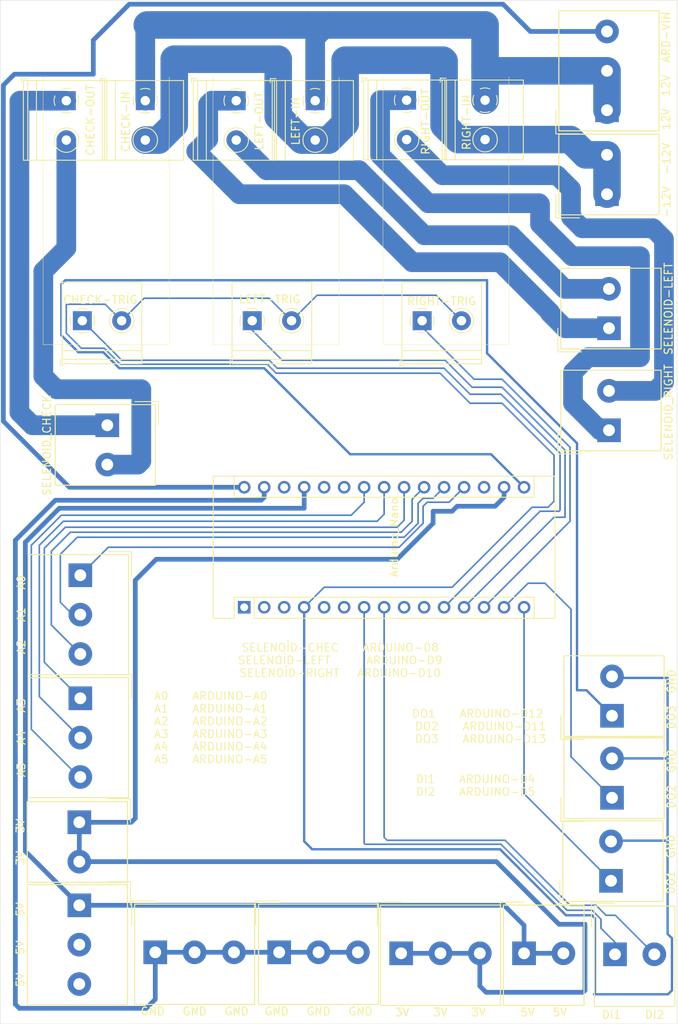
<source format=kicad_pcb>
(kicad_pcb (version 20171130) (host pcbnew "(5.1.6)-1")

  (general
    (thickness 1.6)
    (drawings 26)
    (tracks 301)
    (zones 0)
    (modules 31)
    (nets 39)
  )

  (page A4)
  (title_block
    (title Arduino_Terminal_and_Mosfet_Shiled)
    (date 15.10.2020)
    (rev v3)
    (company "İzzet Emre Karsavuran")
  )

  (layers
    (0 F.Cu signal)
    (31 B.Cu signal)
    (32 B.Adhes user hide)
    (33 F.Adhes user hide)
    (34 B.Paste user hide)
    (35 F.Paste user hide)
    (36 B.SilkS user hide)
    (37 F.SilkS user)
    (38 B.Mask user)
    (39 F.Mask user)
    (40 Dwgs.User user hide)
    (41 Cmts.User user hide)
    (42 Eco1.User user hide)
    (43 Eco2.User user hide)
    (44 Edge.Cuts user)
    (45 Margin user hide)
    (46 B.CrtYd user hide)
    (47 F.CrtYd user hide)
    (48 B.Fab user hide)
    (49 F.Fab user hide)
  )

  (setup
    (last_trace_width 0.25)
    (user_trace_width 0.2)
    (user_trace_width 0.3)
    (user_trace_width 0.6)
    (user_trace_width 2)
    (user_trace_width 2.5)
    (user_trace_width 3)
    (user_trace_width 3.5)
    (trace_clearance 0.2)
    (zone_clearance 0.508)
    (zone_45_only no)
    (trace_min 0.2)
    (via_size 0.8)
    (via_drill 0.4)
    (via_min_size 0.4)
    (via_min_drill 0.3)
    (uvia_size 0.3)
    (uvia_drill 0.1)
    (uvias_allowed no)
    (uvia_min_size 0.2)
    (uvia_min_drill 0.1)
    (edge_width 0.05)
    (segment_width 0.2)
    (pcb_text_width 0.3)
    (pcb_text_size 1.5 1.5)
    (mod_edge_width 0.12)
    (mod_text_size 1 1)
    (mod_text_width 0.15)
    (pad_size 1.524 1.524)
    (pad_drill 0.762)
    (pad_to_mask_clearance 0.05)
    (aux_axis_origin 0 0)
    (visible_elements 7FFFFFFF)
    (pcbplotparams
      (layerselection 0x010e0_ffffffff)
      (usegerberextensions false)
      (usegerberattributes true)
      (usegerberadvancedattributes true)
      (creategerberjobfile true)
      (excludeedgelayer true)
      (linewidth 0.100000)
      (plotframeref false)
      (viasonmask false)
      (mode 1)
      (useauxorigin false)
      (hpglpennumber 1)
      (hpglpenspeed 20)
      (hpglpendiameter 15.000000)
      (psnegative false)
      (psa4output false)
      (plotreference true)
      (plotvalue true)
      (plotinvisibletext false)
      (padsonsilk false)
      (subtractmaskfromsilk false)
      (outputformat 4)
      (mirror false)
      (drillshape 0)
      (scaleselection 1)
      (outputdirectory "../MoveOn_PCB_Dosyaları/"))
  )

  (net 0 "")
  (net 1 "Net-(A1-Pad16)")
  (net 2 "Net-(A1-Pad15)")
  (net 3 "Net-(A1-Pad30)")
  (net 4 "Net-(A1-Pad14)")
  (net 5 "Net-(A1-Pad29)")
  (net 6 "Net-(A1-Pad13)")
  (net 7 "Net-(A1-Pad28)")
  (net 8 "Net-(A1-Pad12)")
  (net 9 "Net-(A1-Pad27)")
  (net 10 "Net-(A1-Pad11)")
  (net 11 "Net-(A1-Pad26)")
  (net 12 "Net-(A1-Pad10)")
  (net 13 "Net-(A1-Pad25)")
  (net 14 "Net-(A1-Pad9)")
  (net 15 "Net-(A1-Pad24)")
  (net 16 "Net-(A1-Pad8)")
  (net 17 "Net-(A1-Pad23)")
  (net 18 "Net-(A1-Pad7)")
  (net 19 "Net-(A1-Pad22)")
  (net 20 "Net-(A1-Pad6)")
  (net 21 "Net-(A1-Pad21)")
  (net 22 "Net-(A1-Pad5)")
  (net 23 "Net-(A1-Pad20)")
  (net 24 "Net-(A1-Pad4)")
  (net 25 "Net-(A1-Pad19)")
  (net 26 "Net-(A1-Pad3)")
  (net 27 "Net-(A1-Pad18)")
  (net 28 "Net-(A1-Pad2)")
  (net 29 "Net-(A1-Pad17)")
  (net 30 "Net-(A1-Pad1)")
  (net 31 "Net-(J1-Pad1)")
  (net 32 "Net-(J2-Pad1)")
  (net 33 "Net-(M3-Pad2)")
  (net 34 "Net-(M3-Pad1)")
  (net 35 "Net-(M6-Pad2)")
  (net 36 "Net-(M6-Pad1)")
  (net 37 "Net-(M9-Pad2)")
  (net 38 "Net-(M9-Pad1)")

  (net_class Default "This is the default net class."
    (clearance 0.2)
    (trace_width 0.25)
    (via_dia 0.8)
    (via_drill 0.4)
    (uvia_dia 0.3)
    (uvia_drill 0.1)
    (add_net "Net-(A1-Pad1)")
    (add_net "Net-(A1-Pad10)")
    (add_net "Net-(A1-Pad11)")
    (add_net "Net-(A1-Pad12)")
    (add_net "Net-(A1-Pad13)")
    (add_net "Net-(A1-Pad14)")
    (add_net "Net-(A1-Pad15)")
    (add_net "Net-(A1-Pad16)")
    (add_net "Net-(A1-Pad17)")
    (add_net "Net-(A1-Pad18)")
    (add_net "Net-(A1-Pad19)")
    (add_net "Net-(A1-Pad2)")
    (add_net "Net-(A1-Pad20)")
    (add_net "Net-(A1-Pad21)")
    (add_net "Net-(A1-Pad22)")
    (add_net "Net-(A1-Pad23)")
    (add_net "Net-(A1-Pad24)")
    (add_net "Net-(A1-Pad25)")
    (add_net "Net-(A1-Pad26)")
    (add_net "Net-(A1-Pad27)")
    (add_net "Net-(A1-Pad28)")
    (add_net "Net-(A1-Pad29)")
    (add_net "Net-(A1-Pad3)")
    (add_net "Net-(A1-Pad30)")
    (add_net "Net-(A1-Pad4)")
    (add_net "Net-(A1-Pad5)")
    (add_net "Net-(A1-Pad6)")
    (add_net "Net-(A1-Pad7)")
    (add_net "Net-(A1-Pad8)")
    (add_net "Net-(A1-Pad9)")
    (add_net "Net-(J1-Pad1)")
    (add_net "Net-(J2-Pad1)")
    (add_net "Net-(M3-Pad1)")
    (add_net "Net-(M3-Pad2)")
    (add_net "Net-(M6-Pad1)")
    (add_net "Net-(M6-Pad2)")
    (add_net "Net-(M9-Pad1)")
    (add_net "Net-(M9-Pad2)")
  )

  (module TerminalBlock_Philmore:TerminalBlock_Philmore_TB132_1x02_P5.00mm_Horizontal (layer F.Cu) (tedit 5B294EAF) (tstamp 5FD27384)
    (at 89.027 49.5935 270)
    (descr "Terminal Block Philmore , 2 pins, pitch 5mm, size 10x10.2mm^2, drill diamater 1.2mm, pad diameter 2.4mm, see http://www.philmore-datak.com/mc/Page%20197.pdf, script-generated using https://github.com/pointhi/kicad-footprint-generator/scripts/TerminalBlock_Philmore")
    (tags "THT Terminal Block Philmore  pitch 5mm size 10x10.2mm^2 drill 1.2mm pad 2.4mm")
    (path /5FD06EDC)
    (fp_text reference LEFT-OUT (at 2.6035 -2.921 90) (layer F.SilkS)
      (effects (font (size 1 1) (thickness 0.15)))
    )
    (fp_text value ML (at 2.8575 3.175 90) (layer F.Fab)
      (effects (font (size 1 1) (thickness 0.15)))
    )
    (fp_line (start 8 -5.3) (end -3 -5.3) (layer F.CrtYd) (width 0.05))
    (fp_line (start 8 5.9) (end 8 -5.3) (layer F.CrtYd) (width 0.05))
    (fp_line (start -3 5.9) (end 8 5.9) (layer F.CrtYd) (width 0.05))
    (fp_line (start -3 -5.3) (end -3 5.9) (layer F.CrtYd) (width 0.05))
    (fp_line (start -2.8 5.7) (end -2.3 5.7) (layer F.SilkS) (width 0.12))
    (fp_line (start -2.8 4.96) (end -2.8 5.7) (layer F.SilkS) (width 0.12))
    (fp_line (start 3.9 0.069) (end 3.9 -0.069) (layer F.Fab) (width 0.1))
    (fp_line (start 4.931 0.069) (end 3.9 0.069) (layer F.Fab) (width 0.1))
    (fp_line (start 4.931 1.1) (end 4.931 0.069) (layer F.Fab) (width 0.1))
    (fp_line (start 5.069 1.1) (end 4.931 1.1) (layer F.Fab) (width 0.1))
    (fp_line (start 5.069 0.069) (end 5.069 1.1) (layer F.Fab) (width 0.1))
    (fp_line (start 6.1 0.069) (end 5.069 0.069) (layer F.Fab) (width 0.1))
    (fp_line (start 6.1 -0.069) (end 6.1 0.069) (layer F.Fab) (width 0.1))
    (fp_line (start 5.069 -0.069) (end 6.1 -0.069) (layer F.Fab) (width 0.1))
    (fp_line (start 5.069 -1.1) (end 5.069 -0.069) (layer F.Fab) (width 0.1))
    (fp_line (start 4.931 -1.1) (end 5.069 -1.1) (layer F.Fab) (width 0.1))
    (fp_line (start 4.931 -0.069) (end 4.931 -1.1) (layer F.Fab) (width 0.1))
    (fp_line (start 3.9 -0.069) (end 4.931 -0.069) (layer F.Fab) (width 0.1))
    (fp_line (start -1.1 0.069) (end -1.1 -0.069) (layer F.Fab) (width 0.1))
    (fp_line (start -0.069 0.069) (end -1.1 0.069) (layer F.Fab) (width 0.1))
    (fp_line (start -0.069 1.1) (end -0.069 0.069) (layer F.Fab) (width 0.1))
    (fp_line (start 0.069 1.1) (end -0.069 1.1) (layer F.Fab) (width 0.1))
    (fp_line (start 0.069 0.069) (end 0.069 1.1) (layer F.Fab) (width 0.1))
    (fp_line (start 1.1 0.069) (end 0.069 0.069) (layer F.Fab) (width 0.1))
    (fp_line (start 1.1 -0.069) (end 1.1 0.069) (layer F.Fab) (width 0.1))
    (fp_line (start 0.069 -0.069) (end 1.1 -0.069) (layer F.Fab) (width 0.1))
    (fp_line (start 0.069 -1.1) (end 0.069 -0.069) (layer F.Fab) (width 0.1))
    (fp_line (start -0.069 -1.1) (end 0.069 -1.1) (layer F.Fab) (width 0.1))
    (fp_line (start -0.069 -0.069) (end -0.069 -1.1) (layer F.Fab) (width 0.1))
    (fp_line (start -1.1 -0.069) (end -0.069 -0.069) (layer F.Fab) (width 0.1))
    (fp_line (start 7.56 -4.86) (end 7.56 5.46) (layer F.SilkS) (width 0.12))
    (fp_line (start -2.56 -4.86) (end -2.56 5.46) (layer F.SilkS) (width 0.12))
    (fp_line (start -2.56 5.46) (end 7.56 5.46) (layer F.SilkS) (width 0.12))
    (fp_line (start -2.56 -4.86) (end 7.56 -4.86) (layer F.SilkS) (width 0.12))
    (fp_line (start -2.56 3.8) (end 7.56 3.8) (layer F.SilkS) (width 0.12))
    (fp_line (start -2.5 3.8) (end 7.5 3.8) (layer F.Fab) (width 0.1))
    (fp_line (start -2.56 4.9) (end 7.56 4.9) (layer F.SilkS) (width 0.12))
    (fp_line (start -2.5 4.9) (end 7.5 4.9) (layer F.Fab) (width 0.1))
    (fp_line (start -2.5 4.9) (end -2.5 -4.8) (layer F.Fab) (width 0.1))
    (fp_line (start -2 5.4) (end -2.5 4.9) (layer F.Fab) (width 0.1))
    (fp_line (start 7.5 5.4) (end -2 5.4) (layer F.Fab) (width 0.1))
    (fp_line (start 7.5 -4.8) (end 7.5 5.4) (layer F.Fab) (width 0.1))
    (fp_line (start -2.5 -4.8) (end 7.5 -4.8) (layer F.Fab) (width 0.1))
    (fp_circle (center 5 0) (end 6.555 0) (layer F.SilkS) (width 0.12))
    (fp_circle (center 5 0) (end 6.375 0) (layer F.Fab) (width 0.1))
    (fp_circle (center 0 0) (end 1.375 0) (layer F.Fab) (width 0.1))
    (fp_arc (start 0 0) (end -0.608 1.432) (angle -24) (layer F.SilkS) (width 0.12))
    (fp_arc (start 0 0) (end -1.432 -0.608) (angle -46) (layer F.SilkS) (width 0.12))
    (fp_arc (start 0 0) (end 0.608 -1.432) (angle -46) (layer F.SilkS) (width 0.12))
    (fp_arc (start 0 0) (end 1.432 0.608) (angle -46) (layer F.SilkS) (width 0.12))
    (fp_arc (start 0 0) (end 0 1.555) (angle -23) (layer F.SilkS) (width 0.12))
    (pad 2 thru_hole circle (at 5 0 270) (size 2.4 2.4) (drill 1.2) (layers *.Cu *.Mask)
      (net 35 "Net-(M6-Pad2)"))
    (pad 1 thru_hole rect (at 0 0 270) (size 2.4 2.4) (drill 1.2) (layers *.Cu *.Mask)
      (net 36 "Net-(M6-Pad1)"))
    (model ${KISYS3DMOD}/TerminalBlock_Philmore.3dshapes/TerminalBlock_Philmore_TB132_1x02_P5.00mm_Horizontal.wrl
      (at (xyz 0 0 0))
      (scale (xyz 1 1 1))
      (rotate (xyz 0 0 0))
    )
  )

  (module MountingHole:MountingHole_3.2mm_M3 (layer F.Cu) (tedit 56D1B4CB) (tstamp 5FD2EE89)
    (at 126.4285 82.55)
    (descr "Mounting Hole 3.2mm, no annular, M3")
    (tags "mounting hole 3.2mm no annular m3")
    (attr virtual)
    (fp_text reference HLE2 (at 0 -4.2) (layer F.Fab)
      (effects (font (size 1 1) (thickness 0.15)))
    )
    (fp_text value HOLE2 (at 0 4.2) (layer F.Fab)
      (effects (font (size 1 1) (thickness 0.15)))
    )
    (fp_circle (center 0 0) (end 3.45 0) (layer F.CrtYd) (width 0.05))
    (fp_circle (center 0 0) (end 3.2 0) (layer Cmts.User) (width 0.15))
    (fp_text user %R (at 0.3 0) (layer F.Fab)
      (effects (font (size 1 1) (thickness 0.15)))
    )
    (pad 1 np_thru_hole circle (at 0 0) (size 3.2 3.2) (drill 3.2) (layers *.Cu *.Mask))
  )

  (module MountingHole:MountingHole_3.2mm_M3 (layer F.Cu) (tedit 56D1B4CB) (tstamp 5FD2EE89)
    (at 81.3435 142.6845)
    (descr "Mounting Hole 3.2mm, no annular, M3")
    (tags "mounting hole 3.2mm no annular m3")
    (attr virtual)
    (fp_text reference HLE3 (at 0 -4.2) (layer F.Fab)
      (effects (font (size 1 1) (thickness 0.15)))
    )
    (fp_text value HOLE3 (at 0 4.2) (layer F.Fab)
      (effects (font (size 1 1) (thickness 0.15)))
    )
    (fp_circle (center 0 0) (end 3.45 0) (layer F.CrtYd) (width 0.05))
    (fp_circle (center 0 0) (end 3.2 0) (layer Cmts.User) (width 0.15))
    (fp_text user %R (at 0.3 0) (layer F.Fab)
      (effects (font (size 1 1) (thickness 0.15)))
    )
    (pad 1 np_thru_hole circle (at 0 0) (size 3.2 3.2) (drill 3.2) (layers *.Cu *.Mask))
  )

  (module MountingHole:MountingHole_3.2mm_M3 (layer F.Cu) (tedit 56D1B4CB) (tstamp 5FD2EE89)
    (at 123.3805 140.6525)
    (descr "Mounting Hole 3.2mm, no annular, M3")
    (tags "mounting hole 3.2mm no annular m3")
    (attr virtual)
    (fp_text reference HLE4 (at 0 -4.2) (layer F.Fab)
      (effects (font (size 1 1) (thickness 0.15)))
    )
    (fp_text value HOLE4 (at 0 4.2) (layer F.Fab)
      (effects (font (size 1 1) (thickness 0.15)))
    )
    (fp_circle (center 0 0) (end 3.45 0) (layer F.CrtYd) (width 0.05))
    (fp_circle (center 0 0) (end 3.2 0) (layer Cmts.User) (width 0.15))
    (fp_text user %R (at 0.3 0) (layer F.Fab)
      (effects (font (size 1 1) (thickness 0.15)))
    )
    (pad 1 np_thru_hole circle (at 0 0) (size 3.2 3.2) (drill 3.2) (layers *.Cu *.Mask))
  )

  (module MountingHole:MountingHole_3.2mm_M3 (layer F.Cu) (tedit 56D1B4CB) (tstamp 5FD2ED4E)
    (at 64.1985 41.5925)
    (descr "Mounting Hole 3.2mm, no annular, M3")
    (tags "mounting hole 3.2mm no annular m3")
    (attr virtual)
    (fp_text reference HLE1 (at 0 -4.2) (layer F.Fab)
      (effects (font (size 1 1) (thickness 0.15)))
    )
    (fp_text value HOLE1 (at 0 4.2) (layer F.Fab)
      (effects (font (size 1 1) (thickness 0.15)))
    )
    (fp_circle (center 0 0) (end 3.45 0) (layer F.CrtYd) (width 0.05))
    (fp_circle (center 0 0) (end 3.2 0) (layer Cmts.User) (width 0.15))
    (fp_text user %R (at 0.3 0) (layer F.Fab)
      (effects (font (size 1 1) (thickness 0.15)))
    )
    (pad 1 np_thru_hole circle (at 0 0) (size 3.2 3.2) (drill 3.2) (layers *.Cu *.Mask))
  )

  (module Module:Arduino_Nano (layer F.Cu) (tedit 58ACAF70) (tstamp 5FD2AA1B)
    (at 90.043 113.919 90)
    (descr "Arduino Nano, http://www.mouser.com/pdfdocs/Gravitech_Arduino_Nano3_0.pdf")
    (tags "Arduino Nano")
    (path /5FCEB8D3)
    (fp_text reference Arduino (at 7.62 -5.08 90) (layer F.Fab)
      (effects (font (size 1 1) (thickness 0.15)))
    )
    (fp_text value Arduino_Nano (at 8.89 19.05 90) (layer F.SilkS)
      (effects (font (size 1 1) (thickness 0.15)))
    )
    (fp_line (start 16.75 42.16) (end -1.53 42.16) (layer F.CrtYd) (width 0.05))
    (fp_line (start 16.75 42.16) (end 16.75 -4.06) (layer F.CrtYd) (width 0.05))
    (fp_line (start -1.53 -4.06) (end -1.53 42.16) (layer F.CrtYd) (width 0.05))
    (fp_line (start -1.53 -4.06) (end 16.75 -4.06) (layer F.CrtYd) (width 0.05))
    (fp_line (start 16.51 -3.81) (end 16.51 39.37) (layer F.Fab) (width 0.1))
    (fp_line (start 0 -3.81) (end 16.51 -3.81) (layer F.Fab) (width 0.1))
    (fp_line (start -1.27 -2.54) (end 0 -3.81) (layer F.Fab) (width 0.1))
    (fp_line (start -1.27 39.37) (end -1.27 -2.54) (layer F.Fab) (width 0.1))
    (fp_line (start 16.51 39.37) (end -1.27 39.37) (layer F.Fab) (width 0.1))
    (fp_line (start 16.64 -3.94) (end -1.4 -3.94) (layer F.SilkS) (width 0.12))
    (fp_line (start 16.64 39.5) (end 16.64 -3.94) (layer F.SilkS) (width 0.12))
    (fp_line (start -1.4 39.5) (end 16.64 39.5) (layer F.SilkS) (width 0.12))
    (fp_line (start 3.81 41.91) (end 3.81 31.75) (layer F.Fab) (width 0.1))
    (fp_line (start 11.43 41.91) (end 3.81 41.91) (layer F.Fab) (width 0.1))
    (fp_line (start 11.43 31.75) (end 11.43 41.91) (layer F.Fab) (width 0.1))
    (fp_line (start 3.81 31.75) (end 11.43 31.75) (layer F.Fab) (width 0.1))
    (fp_line (start 1.27 36.83) (end -1.4 36.83) (layer F.SilkS) (width 0.12))
    (fp_line (start 1.27 1.27) (end 1.27 36.83) (layer F.SilkS) (width 0.12))
    (fp_line (start 1.27 1.27) (end -1.4 1.27) (layer F.SilkS) (width 0.12))
    (fp_line (start 13.97 36.83) (end 16.64 36.83) (layer F.SilkS) (width 0.12))
    (fp_line (start 13.97 -1.27) (end 13.97 36.83) (layer F.SilkS) (width 0.12))
    (fp_line (start 13.97 -1.27) (end 16.64 -1.27) (layer F.SilkS) (width 0.12))
    (fp_line (start -1.4 -3.94) (end -1.4 -1.27) (layer F.SilkS) (width 0.12))
    (fp_line (start -1.4 1.27) (end -1.4 39.5) (layer F.SilkS) (width 0.12))
    (fp_line (start 1.27 -1.27) (end -1.4 -1.27) (layer F.SilkS) (width 0.12))
    (fp_line (start 1.27 1.27) (end 1.27 -1.27) (layer F.SilkS) (width 0.12))
    (fp_text user %R (at 6.35 19.05) (layer F.Fab)
      (effects (font (size 1 1) (thickness 0.15)))
    )
    (pad 16 thru_hole oval (at 15.24 35.56 90) (size 1.6 1.6) (drill 1) (layers *.Cu *.Mask)
      (net 1 "Net-(A1-Pad16)"))
    (pad 15 thru_hole oval (at 0 35.56 90) (size 1.6 1.6) (drill 1) (layers *.Cu *.Mask)
      (net 2 "Net-(A1-Pad15)"))
    (pad 30 thru_hole oval (at 15.24 0 90) (size 1.6 1.6) (drill 1) (layers *.Cu *.Mask)
      (net 3 "Net-(A1-Pad30)"))
    (pad 14 thru_hole oval (at 0 33.02 90) (size 1.6 1.6) (drill 1) (layers *.Cu *.Mask)
      (net 4 "Net-(A1-Pad14)"))
    (pad 29 thru_hole oval (at 15.24 2.54 90) (size 1.6 1.6) (drill 1) (layers *.Cu *.Mask)
      (net 5 "Net-(A1-Pad29)"))
    (pad 13 thru_hole oval (at 0 30.48 90) (size 1.6 1.6) (drill 1) (layers *.Cu *.Mask)
      (net 6 "Net-(A1-Pad13)"))
    (pad 28 thru_hole oval (at 15.24 5.08 90) (size 1.6 1.6) (drill 1) (layers *.Cu *.Mask)
      (net 7 "Net-(A1-Pad28)"))
    (pad 12 thru_hole oval (at 0 27.94 90) (size 1.6 1.6) (drill 1) (layers *.Cu *.Mask)
      (net 8 "Net-(A1-Pad12)"))
    (pad 27 thru_hole oval (at 15.24 7.62 90) (size 1.6 1.6) (drill 1) (layers *.Cu *.Mask)
      (net 9 "Net-(A1-Pad27)"))
    (pad 11 thru_hole oval (at 0 25.4 90) (size 1.6 1.6) (drill 1) (layers *.Cu *.Mask)
      (net 10 "Net-(A1-Pad11)"))
    (pad 26 thru_hole oval (at 15.24 10.16 90) (size 1.6 1.6) (drill 1) (layers *.Cu *.Mask)
      (net 11 "Net-(A1-Pad26)"))
    (pad 10 thru_hole oval (at 0 22.86 90) (size 1.6 1.6) (drill 1) (layers *.Cu *.Mask)
      (net 12 "Net-(A1-Pad10)"))
    (pad 25 thru_hole oval (at 15.24 12.7 90) (size 1.6 1.6) (drill 1) (layers *.Cu *.Mask)
      (net 13 "Net-(A1-Pad25)"))
    (pad 9 thru_hole oval (at 0 20.32 90) (size 1.6 1.6) (drill 1) (layers *.Cu *.Mask)
      (net 14 "Net-(A1-Pad9)"))
    (pad 24 thru_hole oval (at 15.24 15.24 90) (size 1.6 1.6) (drill 1) (layers *.Cu *.Mask)
      (net 15 "Net-(A1-Pad24)"))
    (pad 8 thru_hole oval (at 0 17.78 90) (size 1.6 1.6) (drill 1) (layers *.Cu *.Mask)
      (net 16 "Net-(A1-Pad8)"))
    (pad 23 thru_hole oval (at 15.24 17.78 90) (size 1.6 1.6) (drill 1) (layers *.Cu *.Mask)
      (net 17 "Net-(A1-Pad23)"))
    (pad 7 thru_hole oval (at 0 15.24 90) (size 1.6 1.6) (drill 1) (layers *.Cu *.Mask)
      (net 18 "Net-(A1-Pad7)"))
    (pad 22 thru_hole oval (at 15.24 20.32 90) (size 1.6 1.6) (drill 1) (layers *.Cu *.Mask)
      (net 19 "Net-(A1-Pad22)"))
    (pad 6 thru_hole oval (at 0 12.7 90) (size 1.6 1.6) (drill 1) (layers *.Cu *.Mask)
      (net 20 "Net-(A1-Pad6)"))
    (pad 21 thru_hole oval (at 15.24 22.86 90) (size 1.6 1.6) (drill 1) (layers *.Cu *.Mask)
      (net 21 "Net-(A1-Pad21)"))
    (pad 5 thru_hole oval (at 0 10.16 90) (size 1.6 1.6) (drill 1) (layers *.Cu *.Mask)
      (net 22 "Net-(A1-Pad5)"))
    (pad 20 thru_hole oval (at 15.24 25.4 90) (size 1.6 1.6) (drill 1) (layers *.Cu *.Mask)
      (net 23 "Net-(A1-Pad20)"))
    (pad 4 thru_hole oval (at 0 7.62 90) (size 1.6 1.6) (drill 1) (layers *.Cu *.Mask)
      (net 24 "Net-(A1-Pad4)"))
    (pad 19 thru_hole oval (at 15.24 27.94 90) (size 1.6 1.6) (drill 1) (layers *.Cu *.Mask)
      (net 25 "Net-(A1-Pad19)"))
    (pad 3 thru_hole oval (at 0 5.08 90) (size 1.6 1.6) (drill 1) (layers *.Cu *.Mask)
      (net 26 "Net-(A1-Pad3)"))
    (pad 18 thru_hole oval (at 15.24 30.48 90) (size 1.6 1.6) (drill 1) (layers *.Cu *.Mask)
      (net 27 "Net-(A1-Pad18)"))
    (pad 2 thru_hole oval (at 0 2.54 90) (size 1.6 1.6) (drill 1) (layers *.Cu *.Mask)
      (net 28 "Net-(A1-Pad2)"))
    (pad 17 thru_hole oval (at 15.24 33.02 90) (size 1.6 1.6) (drill 1) (layers *.Cu *.Mask)
      (net 29 "Net-(A1-Pad17)"))
    (pad 1 thru_hole rect (at 0 0 90) (size 1.6 1.6) (drill 1) (layers *.Cu *.Mask)
      (net 30 "Net-(A1-Pad1)"))
    (model ${KISYS3DMOD}/Module.3dshapes/Arduino_Nano_WithMountingHoles.wrl
      (at (xyz 0 0 0))
      (scale (xyz 1 1 1))
      (rotate (xyz 0 0 0))
    )
  )

  (module TerminalBlock_Altech:Altech_AK300_1x03_P5.00mm_45-Degree (layer F.Cu) (tedit 5C27907F) (tstamp 5FD28A2E)
    (at 136.144 50.8 90)
    (descr "Altech AK300 serie terminal block (Script generated with StandardBox.py) (http://www.altechcorp.com/PDFS/PCBMETRC.PDF)")
    (tags "Altech AK300 serie connector")
    (path /5FD8B6B3)
    (fp_text reference J1 (at 5.1435 3.3655 90) (layer F.Fab)
      (effects (font (size 1 1) (thickness 0.15)))
    )
    (fp_text value "12V  12V  ARD-VIN" (at 5 7.5 90) (layer F.SilkS)
      (effects (font (size 1 1) (thickness 0.15)))
    )
    (fp_line (start -2.75 -6.25) (end -2.75 6.75) (layer F.CrtYd) (width 0.05))
    (fp_line (start -2.75 6.75) (end 12.75 6.75) (layer F.CrtYd) (width 0.05))
    (fp_line (start 12.75 -6.25) (end 12.75 6.75) (layer F.CrtYd) (width 0.05))
    (fp_line (start -2.75 -6.25) (end 12.75 -6.25) (layer F.CrtYd) (width 0.05))
    (fp_line (start -2.62 -6.12) (end -2.62 6.62) (layer F.SilkS) (width 0.12))
    (fp_line (start -2.62 6.62) (end 12.62 6.62) (layer F.SilkS) (width 0.12))
    (fp_line (start 12.62 -6.12) (end 12.62 6.62) (layer F.SilkS) (width 0.12))
    (fp_line (start -2.62 -6.12) (end 12.62 -6.12) (layer F.SilkS) (width 0.12))
    (fp_line (start -2.62 -6.12) (end -2.62 6.62) (layer F.SilkS) (width 0.12))
    (fp_line (start -2.62 6.62) (end 12.62 6.62) (layer F.SilkS) (width 0.12))
    (fp_line (start 12.62 -6.12) (end 12.62 6.62) (layer F.SilkS) (width 0.12))
    (fp_line (start -2.62 -6.12) (end 12.62 -6.12) (layer F.SilkS) (width 0.12))
    (fp_line (start -3 -6.5) (end 0 -6.5) (layer F.SilkS) (width 0.12))
    (fp_line (start -3 -3.5) (end -3 -6.5) (layer F.SilkS) (width 0.12))
    (fp_line (start -2.5 -5.5) (end -2 -6) (layer F.Fab) (width 0.1))
    (fp_line (start -2.5 6.5) (end -2.5 -5.5) (layer F.Fab) (width 0.1))
    (fp_line (start 12.5 6.5) (end -2.5 6.5) (layer F.Fab) (width 0.1))
    (fp_line (start 12.5 -6) (end 12.5 6.5) (layer F.Fab) (width 0.1))
    (fp_line (start -2 -6) (end 12.5 -6) (layer F.Fab) (width 0.1))
    (fp_text user %R (at 5 0.25) (layer F.Fab)
      (effects (font (size 1 1) (thickness 0.15)))
    )
    (pad 3 thru_hole circle (at 10 0 90) (size 3 3) (drill 1.5) (layers *.Cu *.Mask)
      (net 3 "Net-(A1-Pad30)"))
    (pad 2 thru_hole circle (at 5 0 90) (size 3 3) (drill 1.5) (layers *.Cu *.Mask)
      (net 31 "Net-(J1-Pad1)"))
    (pad 1 thru_hole rect (at 0 0 90) (size 3 3) (drill 1.5) (layers *.Cu *.Mask)
      (net 31 "Net-(J1-Pad1)"))
    (model ${KISYS3DMOD}/TerminalBlock_Altech.3dshapes/Altech_AK300_1x03_P5.00mm_45-Degree.wrl
      (at (xyz 0 0 0))
      (scale (xyz 1 1 1))
      (rotate (xyz 0 0 0))
    )
  )

  (module TerminalBlock_Altech:Altech_AK300_1x03_P5.00mm_45-Degree (layer F.Cu) (tedit 5C27907F) (tstamp 5FD2A508)
    (at 69.215 109.855 270)
    (descr "Altech AK300 serie terminal block (Script generated with StandardBox.py) (http://www.altechcorp.com/PDFS/PCBMETRC.PDF)")
    (tags "Altech AK300 serie connector")
    (path /5FD4C106)
    (fp_text reference AI1 (at 5.1816 -7.8359 90) (layer F.Fab)
      (effects (font (size 1 1) (thickness 0.15)))
    )
    (fp_text value "A2   A1   A0" (at 5 7.5 90) (layer F.SilkS)
      (effects (font (size 1 1) (thickness 0.15)))
    )
    (fp_line (start -2.75 -6.25) (end -2.75 6.75) (layer F.CrtYd) (width 0.05))
    (fp_line (start -2.75 6.75) (end 12.75 6.75) (layer F.CrtYd) (width 0.05))
    (fp_line (start 12.75 -6.25) (end 12.75 6.75) (layer F.CrtYd) (width 0.05))
    (fp_line (start -2.75 -6.25) (end 12.75 -6.25) (layer F.CrtYd) (width 0.05))
    (fp_line (start -2.62 -6.12) (end -2.62 6.62) (layer F.SilkS) (width 0.12))
    (fp_line (start -2.62 6.62) (end 12.62 6.62) (layer F.SilkS) (width 0.12))
    (fp_line (start 12.62 -6.12) (end 12.62 6.62) (layer F.SilkS) (width 0.12))
    (fp_line (start -2.62 -6.12) (end 12.62 -6.12) (layer F.SilkS) (width 0.12))
    (fp_line (start -2.62 -6.12) (end -2.62 6.62) (layer F.SilkS) (width 0.12))
    (fp_line (start -2.62 6.62) (end 12.62 6.62) (layer F.SilkS) (width 0.12))
    (fp_line (start 12.62 -6.12) (end 12.62 6.62) (layer F.SilkS) (width 0.12))
    (fp_line (start -2.62 -6.12) (end 12.62 -6.12) (layer F.SilkS) (width 0.12))
    (fp_line (start -3 -6.5) (end 0 -6.5) (layer F.SilkS) (width 0.12))
    (fp_line (start -3 -3.5) (end -3 -6.5) (layer F.SilkS) (width 0.12))
    (fp_line (start -2.5 -5.5) (end -2 -6) (layer F.Fab) (width 0.1))
    (fp_line (start -2.5 6.5) (end -2.5 -5.5) (layer F.Fab) (width 0.1))
    (fp_line (start 12.5 6.5) (end -2.5 6.5) (layer F.Fab) (width 0.1))
    (fp_line (start 12.5 -6) (end 12.5 6.5) (layer F.Fab) (width 0.1))
    (fp_line (start -2 -6) (end 12.5 -6) (layer F.Fab) (width 0.1))
    (fp_text user %R (at 5 0.25 90) (layer F.Fab)
      (effects (font (size 1 1) (thickness 0.15)))
    )
    (pad 3 thru_hole circle (at 10 0 270) (size 3 3) (drill 1.5) (layers *.Cu *.Mask)
      (net 21 "Net-(A1-Pad21)"))
    (pad 2 thru_hole circle (at 5 0 270) (size 3 3) (drill 1.5) (layers *.Cu *.Mask)
      (net 23 "Net-(A1-Pad20)"))
    (pad 1 thru_hole rect (at 0 0 270) (size 3 3) (drill 1.5) (layers *.Cu *.Mask)
      (net 25 "Net-(A1-Pad19)"))
    (model ${KISYS3DMOD}/TerminalBlock_Altech.3dshapes/Altech_AK300_1x03_P5.00mm_45-Degree.wrl
      (at (xyz 0 0 0))
      (scale (xyz 1 1 1))
      (rotate (xyz 0 0 0))
    )
  )

  (module TerminalBlock_Altech:Altech_AK300_1x03_P5.00mm_45-Degree (layer F.Cu) (tedit 5C27907F) (tstamp 5FCF4E35)
    (at 109.982 157.861)
    (descr "Altech AK300 serie terminal block (Script generated with StandardBox.py) (http://www.altechcorp.com/PDFS/PCBMETRC.PDF)")
    (tags "Altech AK300 serie connector")
    (path /5FD2DE0F)
    (fp_text reference VCC (at 4.5339 -7.1628) (layer F.Fab)
      (effects (font (size 1 1) (thickness 0.15)))
    )
    (fp_text value "3V    3V    3V" (at 5 7.5) (layer F.SilkS)
      (effects (font (size 1 1) (thickness 0.15)))
    )
    (fp_line (start -2.75 -6.25) (end -2.75 6.75) (layer F.CrtYd) (width 0.05))
    (fp_line (start -2.75 6.75) (end 12.75 6.75) (layer F.CrtYd) (width 0.05))
    (fp_line (start 12.75 -6.25) (end 12.75 6.75) (layer F.CrtYd) (width 0.05))
    (fp_line (start -2.75 -6.25) (end 12.75 -6.25) (layer F.CrtYd) (width 0.05))
    (fp_line (start -2.62 -6.12) (end -2.62 6.62) (layer F.SilkS) (width 0.12))
    (fp_line (start -2.62 6.62) (end 12.62 6.62) (layer F.SilkS) (width 0.12))
    (fp_line (start 12.62 -6.12) (end 12.62 6.62) (layer F.SilkS) (width 0.12))
    (fp_line (start -2.62 -6.12) (end 12.62 -6.12) (layer F.SilkS) (width 0.12))
    (fp_line (start -2.62 -6.12) (end -2.62 6.62) (layer F.SilkS) (width 0.12))
    (fp_line (start -2.62 6.62) (end 12.62 6.62) (layer F.SilkS) (width 0.12))
    (fp_line (start 12.62 -6.12) (end 12.62 6.62) (layer F.SilkS) (width 0.12))
    (fp_line (start -2.62 -6.12) (end 12.62 -6.12) (layer F.SilkS) (width 0.12))
    (fp_line (start -3 -6.5) (end 0 -6.5) (layer F.SilkS) (width 0.12))
    (fp_line (start -3 -3.5) (end -3 -6.5) (layer F.SilkS) (width 0.12))
    (fp_line (start -2.5 -5.5) (end -2 -6) (layer F.Fab) (width 0.1))
    (fp_line (start -2.5 6.5) (end -2.5 -5.5) (layer F.Fab) (width 0.1))
    (fp_line (start 12.5 6.5) (end -2.5 6.5) (layer F.Fab) (width 0.1))
    (fp_line (start 12.5 -6) (end 12.5 6.5) (layer F.Fab) (width 0.1))
    (fp_line (start -2 -6) (end 12.5 -6) (layer F.Fab) (width 0.1))
    (fp_text user %R (at 5 0.25) (layer F.Fab)
      (effects (font (size 1 1) (thickness 0.15)))
    )
    (pad 3 thru_hole circle (at 10 0) (size 3 3) (drill 1.5) (layers *.Cu *.Mask)
      (net 29 "Net-(A1-Pad17)"))
    (pad 2 thru_hole circle (at 5 0) (size 3 3) (drill 1.5) (layers *.Cu *.Mask)
      (net 29 "Net-(A1-Pad17)"))
    (pad 1 thru_hole rect (at 0 0) (size 3 3) (drill 1.5) (layers *.Cu *.Mask)
      (net 29 "Net-(A1-Pad17)"))
    (model ${KISYS3DMOD}/TerminalBlock_Altech.3dshapes/Altech_AK300_1x03_P5.00mm_45-Degree.wrl
      (at (xyz 0 0 0))
      (scale (xyz 1 1 1))
      (rotate (xyz 0 0 0))
    )
  )

  (module TerminalBlock_Altech:Altech_AK300_1x02_P5.00mm_45-Degree (layer F.Cu) (tedit 5C27907F) (tstamp 5FD2AAF7)
    (at 136.779 138.1125 90)
    (descr "Altech AK300 serie terminal block (Script generated with StandardBox.py) (http://www.altechcorp.com/PDFS/PCBMETRC.PDF)")
    (tags "Altech AK300 serie connector")
    (path /5FD20867)
    (fp_text reference "DO2  GND" (at 2.413 7.5565 90) (layer F.SilkS)
      (effects (font (size 1 1) (thickness 0.15)))
    )
    (fp_text value DO (at 2.4003 4.7498 90) (layer F.Fab)
      (effects (font (size 1 1) (thickness 0.15)))
    )
    (fp_line (start -2.75 -6.25) (end -2.75 6.75) (layer F.CrtYd) (width 0.05))
    (fp_line (start -2.75 6.75) (end 7.75 6.75) (layer F.CrtYd) (width 0.05))
    (fp_line (start 7.75 -6.25) (end 7.75 6.75) (layer F.CrtYd) (width 0.05))
    (fp_line (start -2.75 -6.25) (end 7.75 -6.25) (layer F.CrtYd) (width 0.05))
    (fp_line (start -2.62 -6.12) (end -2.62 6.62) (layer F.SilkS) (width 0.12))
    (fp_line (start -2.62 6.62) (end 7.62 6.62) (layer F.SilkS) (width 0.12))
    (fp_line (start 7.62 -6.12) (end 7.62 6.62) (layer F.SilkS) (width 0.12))
    (fp_line (start -2.62 -6.12) (end 7.62 -6.12) (layer F.SilkS) (width 0.12))
    (fp_line (start -2.62 -6.12) (end -2.62 6.62) (layer F.SilkS) (width 0.12))
    (fp_line (start -2.62 6.62) (end 7.62 6.62) (layer F.SilkS) (width 0.12))
    (fp_line (start 7.62 -6.12) (end 7.62 6.62) (layer F.SilkS) (width 0.12))
    (fp_line (start -2.62 -6.12) (end 7.62 -6.12) (layer F.SilkS) (width 0.12))
    (fp_line (start -3 -6.5) (end 0 -6.5) (layer F.SilkS) (width 0.12))
    (fp_line (start -3 -3.5) (end -3 -6.5) (layer F.SilkS) (width 0.12))
    (fp_line (start -2.5 -5.5) (end -2 -6) (layer F.Fab) (width 0.1))
    (fp_line (start -2.5 6.5) (end -2.5 -5.5) (layer F.Fab) (width 0.1))
    (fp_line (start 7.5 6.5) (end -2.5 6.5) (layer F.Fab) (width 0.1))
    (fp_line (start 7.5 -6) (end 7.5 6.5) (layer F.Fab) (width 0.1))
    (fp_line (start -2 -6) (end 7.5 -6) (layer F.Fab) (width 0.1))
    (pad 2 thru_hole circle (at 5 0 90) (size 3 3) (drill 1.5) (layers *.Cu *.Mask)
      (net 24 "Net-(A1-Pad4)"))
    (pad 1 thru_hole rect (at 0 0 90) (size 3 3) (drill 1.5) (layers *.Cu *.Mask)
      (net 4 "Net-(A1-Pad14)"))
    (model ${KISYS3DMOD}/TerminalBlock_Altech.3dshapes/Altech_AK300_1x02_P5.00mm_45-Degree.wrl
      (at (xyz 0 0 0))
      (scale (xyz 1 1 1))
      (rotate (xyz 0 0 0))
    )
  )

  (module TerminalBlock_Altech:Altech_AK300_1x02_P5.00mm_45-Degree (layer F.Cu) (tedit 5C27907F) (tstamp 5FD2AAAC)
    (at 136.779 127.6985 90)
    (descr "Altech AK300 serie terminal block (Script generated with StandardBox.py) (http://www.altechcorp.com/PDFS/PCBMETRC.PDF)")
    (tags "Altech AK300 serie connector")
    (path /5FD439EA)
    (fp_text reference "DO3  GND" (at 2.0955 7.5565 90) (layer F.SilkS)
      (effects (font (size 1 1) (thickness 0.15)))
    )
    (fp_text value DO3 (at 2.667 4.953 90) (layer F.Fab)
      (effects (font (size 1 1) (thickness 0.15)))
    )
    (fp_line (start -2.75 -6.25) (end -2.75 6.75) (layer F.CrtYd) (width 0.05))
    (fp_line (start -2.75 6.75) (end 7.75 6.75) (layer F.CrtYd) (width 0.05))
    (fp_line (start 7.75 -6.25) (end 7.75 6.75) (layer F.CrtYd) (width 0.05))
    (fp_line (start -2.75 -6.25) (end 7.75 -6.25) (layer F.CrtYd) (width 0.05))
    (fp_line (start -2.62 -6.12) (end -2.62 6.62) (layer F.SilkS) (width 0.12))
    (fp_line (start -2.62 6.62) (end 7.62 6.62) (layer F.SilkS) (width 0.12))
    (fp_line (start 7.62 -6.12) (end 7.62 6.62) (layer F.SilkS) (width 0.12))
    (fp_line (start -2.62 -6.12) (end 7.62 -6.12) (layer F.SilkS) (width 0.12))
    (fp_line (start -2.62 -6.12) (end -2.62 6.62) (layer F.SilkS) (width 0.12))
    (fp_line (start -2.62 6.62) (end 7.62 6.62) (layer F.SilkS) (width 0.12))
    (fp_line (start 7.62 -6.12) (end 7.62 6.62) (layer F.SilkS) (width 0.12))
    (fp_line (start -2.62 -6.12) (end 7.62 -6.12) (layer F.SilkS) (width 0.12))
    (fp_line (start -3 -6.5) (end 0 -6.5) (layer F.SilkS) (width 0.12))
    (fp_line (start -3 -3.5) (end -3 -6.5) (layer F.SilkS) (width 0.12))
    (fp_line (start -2.5 -5.5) (end -2 -6) (layer F.Fab) (width 0.1))
    (fp_line (start -2.5 6.5) (end -2.5 -5.5) (layer F.Fab) (width 0.1))
    (fp_line (start 7.5 6.5) (end -2.5 6.5) (layer F.Fab) (width 0.1))
    (fp_line (start 7.5 -6) (end 7.5 6.5) (layer F.Fab) (width 0.1))
    (fp_line (start -2 -6) (end 7.5 -6) (layer F.Fab) (width 0.1))
    (pad 2 thru_hole circle (at 5 0 90) (size 3 3) (drill 1.5) (layers *.Cu *.Mask)
      (net 24 "Net-(A1-Pad4)"))
    (pad 1 thru_hole rect (at 0 0 90) (size 3 3) (drill 1.5) (layers *.Cu *.Mask)
      (net 1 "Net-(A1-Pad16)"))
    (model ${KISYS3DMOD}/TerminalBlock_Altech.3dshapes/Altech_AK300_1x02_P5.00mm_45-Degree.wrl
      (at (xyz 0 0 0))
      (scale (xyz 1 1 1))
      (rotate (xyz 0 0 0))
    )
  )

  (module TerminalBlock_Altech:Altech_AK300_1x02_P5.00mm_45-Degree (layer F.Cu) (tedit 5C27907F) (tstamp 5FD2A9AD)
    (at 136.652 148.6535 90)
    (descr "Altech AK300 serie terminal block (Script generated with StandardBox.py) (http://www.altechcorp.com/PDFS/PCBMETRC.PDF)")
    (tags "Altech AK300 serie connector")
    (path /5FD22134)
    (fp_text reference "DO1  GND" (at 2.0955 7.62 90) (layer F.SilkS)
      (effects (font (size 1 1) (thickness 0.15)))
    )
    (fp_text value DO (at 2.6543 5.1181 90) (layer F.Fab)
      (effects (font (size 1 1) (thickness 0.15)))
    )
    (fp_line (start -2.75 -6.25) (end -2.75 6.75) (layer F.CrtYd) (width 0.05))
    (fp_line (start -2.75 6.75) (end 7.75 6.75) (layer F.CrtYd) (width 0.05))
    (fp_line (start 7.75 -6.25) (end 7.75 6.75) (layer F.CrtYd) (width 0.05))
    (fp_line (start -2.75 -6.25) (end 7.75 -6.25) (layer F.CrtYd) (width 0.05))
    (fp_line (start -2.62 -6.12) (end -2.62 6.62) (layer F.SilkS) (width 0.12))
    (fp_line (start -2.62 6.62) (end 7.62 6.62) (layer F.SilkS) (width 0.12))
    (fp_line (start 7.62 -6.12) (end 7.62 6.62) (layer F.SilkS) (width 0.12))
    (fp_line (start -2.62 -6.12) (end 7.62 -6.12) (layer F.SilkS) (width 0.12))
    (fp_line (start -2.62 -6.12) (end -2.62 6.62) (layer F.SilkS) (width 0.12))
    (fp_line (start -2.62 6.62) (end 7.62 6.62) (layer F.SilkS) (width 0.12))
    (fp_line (start 7.62 -6.12) (end 7.62 6.62) (layer F.SilkS) (width 0.12))
    (fp_line (start -2.62 -6.12) (end 7.62 -6.12) (layer F.SilkS) (width 0.12))
    (fp_line (start -3 -6.5) (end 0 -6.5) (layer F.SilkS) (width 0.12))
    (fp_line (start -3 -3.5) (end -3 -6.5) (layer F.SilkS) (width 0.12))
    (fp_line (start -2.5 -5.5) (end -2 -6) (layer F.Fab) (width 0.1))
    (fp_line (start -2.5 6.5) (end -2.5 -5.5) (layer F.Fab) (width 0.1))
    (fp_line (start 7.5 6.5) (end -2.5 6.5) (layer F.Fab) (width 0.1))
    (fp_line (start 7.5 -6) (end 7.5 6.5) (layer F.Fab) (width 0.1))
    (fp_line (start -2 -6) (end 7.5 -6) (layer F.Fab) (width 0.1))
    (pad 2 thru_hole circle (at 5 0 90) (size 3 3) (drill 1.5) (layers *.Cu *.Mask)
      (net 24 "Net-(A1-Pad4)"))
    (pad 1 thru_hole rect (at 0 0 90) (size 3 3) (drill 1.5) (layers *.Cu *.Mask)
      (net 2 "Net-(A1-Pad15)"))
    (model ${KISYS3DMOD}/TerminalBlock_Altech.3dshapes/Altech_AK300_1x02_P5.00mm_45-Degree.wrl
      (at (xyz 0 0 0))
      (scale (xyz 1 1 1))
      (rotate (xyz 0 0 0))
    )
  )

  (module TerminalBlock_Altech:Altech_AK300_1x02_P5.00mm_45-Degree (layer F.Cu) (tedit 5C27907F) (tstamp 5FD2DB94)
    (at 137.16 157.988)
    (descr "Altech AK300 serie terminal block (Script generated with StandardBox.py) (http://www.altechcorp.com/PDFS/PCBMETRC.PDF)")
    (tags "Altech AK300 serie connector")
    (path /5FD4B07A)
    (fp_text reference "DI1    DI2" (at 2.286 7.6835) (layer F.SilkS)
      (effects (font (size 1 1) (thickness 0.15)))
    )
    (fp_text value DI (at 2.54 5.08) (layer F.Fab)
      (effects (font (size 1 1) (thickness 0.15)))
    )
    (fp_line (start -2.75 -6.25) (end -2.75 6.75) (layer F.CrtYd) (width 0.05))
    (fp_line (start -2.75 6.75) (end 7.75 6.75) (layer F.CrtYd) (width 0.05))
    (fp_line (start 7.75 -6.25) (end 7.75 6.75) (layer F.CrtYd) (width 0.05))
    (fp_line (start -2.75 -6.25) (end 7.75 -6.25) (layer F.CrtYd) (width 0.05))
    (fp_line (start -2.62 -6.12) (end -2.62 6.62) (layer F.SilkS) (width 0.12))
    (fp_line (start -2.62 6.62) (end 7.62 6.62) (layer F.SilkS) (width 0.12))
    (fp_line (start 7.62 -6.12) (end 7.62 6.62) (layer F.SilkS) (width 0.12))
    (fp_line (start -2.62 -6.12) (end 7.62 -6.12) (layer F.SilkS) (width 0.12))
    (fp_line (start -2.62 -6.12) (end -2.62 6.62) (layer F.SilkS) (width 0.12))
    (fp_line (start -2.62 6.62) (end 7.62 6.62) (layer F.SilkS) (width 0.12))
    (fp_line (start 7.62 -6.12) (end 7.62 6.62) (layer F.SilkS) (width 0.12))
    (fp_line (start -2.62 -6.12) (end 7.62 -6.12) (layer F.SilkS) (width 0.12))
    (fp_line (start -3 -6.5) (end 0 -6.5) (layer F.SilkS) (width 0.12))
    (fp_line (start -3 -3.5) (end -3 -6.5) (layer F.SilkS) (width 0.12))
    (fp_line (start -2.5 -5.5) (end -2 -6) (layer F.Fab) (width 0.1))
    (fp_line (start -2.5 6.5) (end -2.5 -5.5) (layer F.Fab) (width 0.1))
    (fp_line (start 7.5 6.5) (end -2.5 6.5) (layer F.Fab) (width 0.1))
    (fp_line (start 7.5 -6) (end 7.5 6.5) (layer F.Fab) (width 0.1))
    (fp_line (start -2 -6) (end 7.5 -6) (layer F.Fab) (width 0.1))
    (fp_text user %R (at 2.5 0.25) (layer F.Fab)
      (effects (font (size 1 1) (thickness 0.15)))
    )
    (pad 2 thru_hole circle (at 5 0) (size 3 3) (drill 1.5) (layers *.Cu *.Mask)
      (net 16 "Net-(A1-Pad8)"))
    (pad 1 thru_hole rect (at 0 0) (size 3 3) (drill 1.5) (layers *.Cu *.Mask)
      (net 18 "Net-(A1-Pad7)"))
    (model ${KISYS3DMOD}/TerminalBlock_Altech.3dshapes/Altech_AK300_1x02_P5.00mm_45-Degree.wrl
      (at (xyz 0 0 0))
      (scale (xyz 1 1 1))
      (rotate (xyz 0 0 0))
    )
  )

  (module TerminalBlock_Altech:Altech_AK300_1x02_P5.00mm_45-Degree (layer F.Cu) (tedit 5C27907F) (tstamp 5FD28C2E)
    (at 136.398 91.44 90)
    (descr "Altech AK300 serie terminal block (Script generated with StandardBox.py) (http://www.altechcorp.com/PDFS/PCBMETRC.PDF)")
    (tags "Altech AK300 serie connector")
    (path /5FD0DCCA)
    (fp_text reference SELENOID_RIGHT (at 2.286 7.5565 90) (layer F.SilkS)
      (effects (font (size 1 1) (thickness 0.15)))
    )
    (fp_text value SR (at 0.9868 4.1783 90) (layer F.Fab)
      (effects (font (size 1 1) (thickness 0.15)))
    )
    (fp_line (start -2.75 -6.25) (end -2.75 6.75) (layer F.CrtYd) (width 0.05))
    (fp_line (start -2.75 6.75) (end 7.75 6.75) (layer F.CrtYd) (width 0.05))
    (fp_line (start 7.75 -6.25) (end 7.75 6.75) (layer F.CrtYd) (width 0.05))
    (fp_line (start -2.75 -6.25) (end 7.75 -6.25) (layer F.CrtYd) (width 0.05))
    (fp_line (start -2.62 -6.12) (end -2.62 6.62) (layer F.SilkS) (width 0.12))
    (fp_line (start -2.62 6.62) (end 7.62 6.62) (layer F.SilkS) (width 0.12))
    (fp_line (start 7.62 -6.12) (end 7.62 6.62) (layer F.SilkS) (width 0.12))
    (fp_line (start -2.62 -6.12) (end 7.62 -6.12) (layer F.SilkS) (width 0.12))
    (fp_line (start -2.62 -6.12) (end -2.62 6.62) (layer F.SilkS) (width 0.12))
    (fp_line (start -2.62 6.62) (end 7.62 6.62) (layer F.SilkS) (width 0.12))
    (fp_line (start 7.62 -6.12) (end 7.62 6.62) (layer F.SilkS) (width 0.12))
    (fp_line (start -2.62 -6.12) (end 7.62 -6.12) (layer F.SilkS) (width 0.12))
    (fp_line (start -3 -6.5) (end 0 -6.5) (layer F.SilkS) (width 0.12))
    (fp_line (start -3 -3.5) (end -3 -6.5) (layer F.SilkS) (width 0.12))
    (fp_line (start -2.5 -5.5) (end -2 -6) (layer F.Fab) (width 0.1))
    (fp_line (start -2.5 6.5) (end -2.5 -5.5) (layer F.Fab) (width 0.1))
    (fp_line (start 7.5 6.5) (end -2.5 6.5) (layer F.Fab) (width 0.1))
    (fp_line (start 7.5 -6) (end 7.5 6.5) (layer F.Fab) (width 0.1))
    (fp_line (start -2 -6) (end 7.5 -6) (layer F.Fab) (width 0.1))
    (pad 2 thru_hole circle (at 5 0 90) (size 3 3) (drill 1.5) (layers *.Cu *.Mask)
      (net 37 "Net-(M9-Pad2)"))
    (pad 1 thru_hole rect (at 0 0 90) (size 3 3) (drill 1.5) (layers *.Cu *.Mask)
      (net 38 "Net-(M9-Pad1)"))
    (model ${KISYS3DMOD}/TerminalBlock_Altech.3dshapes/Altech_AK300_1x02_P5.00mm_45-Degree.wrl
      (at (xyz 0 0 0))
      (scale (xyz 1 1 1))
      (rotate (xyz 0 0 0))
    )
  )

  (module TerminalBlock_Altech:Altech_AK300_1x02_P5.00mm_45-Degree (layer F.Cu) (tedit 5C27907F) (tstamp 5FD2506A)
    (at 72.644 90.805 270)
    (descr "Altech AK300 serie terminal block (Script generated with StandardBox.py) (http://www.altechcorp.com/PDFS/PCBMETRC.PDF)")
    (tags "Altech AK300 serie connector")
    (path /5FD0B6AE)
    (fp_text reference SELENOID_CHECK (at 2.54 7.6835 90) (layer F.SilkS)
      (effects (font (size 1 1) (thickness 0.15)))
    )
    (fp_text value SC (at 2.7051 -3.8354 90) (layer F.Fab)
      (effects (font (size 1 1) (thickness 0.15)))
    )
    (fp_line (start -2.75 -6.25) (end -2.75 6.75) (layer F.CrtYd) (width 0.05))
    (fp_line (start -2.75 6.75) (end 7.75 6.75) (layer F.CrtYd) (width 0.05))
    (fp_line (start 7.75 -6.25) (end 7.75 6.75) (layer F.CrtYd) (width 0.05))
    (fp_line (start -2.75 -6.25) (end 7.75 -6.25) (layer F.CrtYd) (width 0.05))
    (fp_line (start -2.62 -6.12) (end -2.62 6.62) (layer F.SilkS) (width 0.12))
    (fp_line (start -2.62 6.62) (end 7.62 6.62) (layer F.SilkS) (width 0.12))
    (fp_line (start 7.62 -6.12) (end 7.62 6.62) (layer F.SilkS) (width 0.12))
    (fp_line (start -2.62 -6.12) (end 7.62 -6.12) (layer F.SilkS) (width 0.12))
    (fp_line (start -2.62 -6.12) (end -2.62 6.62) (layer F.SilkS) (width 0.12))
    (fp_line (start -2.62 6.62) (end 7.62 6.62) (layer F.SilkS) (width 0.12))
    (fp_line (start 7.62 -6.12) (end 7.62 6.62) (layer F.SilkS) (width 0.12))
    (fp_line (start -2.62 -6.12) (end 7.62 -6.12) (layer F.SilkS) (width 0.12))
    (fp_line (start -3 -6.5) (end 0 -6.5) (layer F.SilkS) (width 0.12))
    (fp_line (start -3 -3.5) (end -3 -6.5) (layer F.SilkS) (width 0.12))
    (fp_line (start -2.5 -5.5) (end -2 -6) (layer F.Fab) (width 0.1))
    (fp_line (start -2.5 6.5) (end -2.5 -5.5) (layer F.Fab) (width 0.1))
    (fp_line (start 7.5 6.5) (end -2.5 6.5) (layer F.Fab) (width 0.1))
    (fp_line (start 7.5 -6) (end 7.5 6.5) (layer F.Fab) (width 0.1))
    (fp_line (start -2 -6) (end 7.5 -6) (layer F.Fab) (width 0.1))
    (pad 2 thru_hole circle (at 5 0 270) (size 3 3) (drill 1.5) (layers *.Cu *.Mask)
      (net 33 "Net-(M3-Pad2)"))
    (pad 1 thru_hole rect (at 0 0 270) (size 3 3) (drill 1.5) (layers *.Cu *.Mask)
      (net 34 "Net-(M3-Pad1)"))
    (model ${KISYS3DMOD}/TerminalBlock_Altech.3dshapes/Altech_AK300_1x02_P5.00mm_45-Degree.wrl
      (at (xyz 0 0 0))
      (scale (xyz 1 1 1))
      (rotate (xyz 0 0 0))
    )
  )

  (module TerminalBlock_Altech:Altech_AK300_1x02_P5.00mm_45-Degree (layer F.Cu) (tedit 5C27907F) (tstamp 5FD2A070)
    (at 136.398 78.486 90)
    (descr "Altech AK300 serie terminal block (Script generated with StandardBox.py) (http://www.altechcorp.com/PDFS/PCBMETRC.PDF)")
    (tags "Altech AK300 serie connector")
    (path /5FD0D4B4)
    (fp_text reference SELENOID-LEFT (at 2.4765 7.5565 90) (layer F.SilkS)
      (effects (font (size 1 1) (thickness 0.15)))
    )
    (fp_text value SL (at 1.7907 5.0419 90) (layer F.Fab)
      (effects (font (size 1 1) (thickness 0.15)))
    )
    (fp_line (start -2.75 -6.25) (end -2.75 6.75) (layer F.CrtYd) (width 0.05))
    (fp_line (start -2.75 6.75) (end 7.75 6.75) (layer F.CrtYd) (width 0.05))
    (fp_line (start 7.75 -6.25) (end 7.75 6.75) (layer F.CrtYd) (width 0.05))
    (fp_line (start -2.75 -6.25) (end 7.75 -6.25) (layer F.CrtYd) (width 0.05))
    (fp_line (start -2.62 -6.12) (end -2.62 6.62) (layer F.SilkS) (width 0.12))
    (fp_line (start -2.62 6.62) (end 7.62 6.62) (layer F.SilkS) (width 0.12))
    (fp_line (start 7.62 -6.12) (end 7.62 6.62) (layer F.SilkS) (width 0.12))
    (fp_line (start -2.62 -6.12) (end 7.62 -6.12) (layer F.SilkS) (width 0.12))
    (fp_line (start -2.62 -6.12) (end -2.62 6.62) (layer F.SilkS) (width 0.12))
    (fp_line (start -2.62 6.62) (end 7.62 6.62) (layer F.SilkS) (width 0.12))
    (fp_line (start 7.62 -6.12) (end 7.62 6.62) (layer F.SilkS) (width 0.12))
    (fp_line (start -2.62 -6.12) (end 7.62 -6.12) (layer F.SilkS) (width 0.12))
    (fp_line (start -3 -6.5) (end 0 -6.5) (layer F.SilkS) (width 0.12))
    (fp_line (start -3 -3.5) (end -3 -6.5) (layer F.SilkS) (width 0.12))
    (fp_line (start -2.5 -5.5) (end -2 -6) (layer F.Fab) (width 0.1))
    (fp_line (start -2.5 6.5) (end -2.5 -5.5) (layer F.Fab) (width 0.1))
    (fp_line (start 7.5 6.5) (end -2.5 6.5) (layer F.Fab) (width 0.1))
    (fp_line (start 7.5 -6) (end 7.5 6.5) (layer F.Fab) (width 0.1))
    (fp_line (start -2 -6) (end 7.5 -6) (layer F.Fab) (width 0.1))
    (pad 2 thru_hole circle (at 5 0 90) (size 3 3) (drill 1.5) (layers *.Cu *.Mask)
      (net 35 "Net-(M6-Pad2)"))
    (pad 1 thru_hole rect (at 0 0 90) (size 3 3) (drill 1.5) (layers *.Cu *.Mask)
      (net 36 "Net-(M6-Pad1)"))
    (model ${KISYS3DMOD}/TerminalBlock_Altech.3dshapes/Altech_AK300_1x02_P5.00mm_45-Degree.wrl
      (at (xyz 0 0 0))
      (scale (xyz 1 1 1))
      (rotate (xyz 0 0 0))
    )
  )

  (module TerminalBlock_Philmore:TerminalBlock_Philmore_TB132_1x02_P5.00mm_Horizontal (layer F.Cu) (tedit 5B294EAF) (tstamp 5FCF1C56)
    (at 110.6805 49.53 270)
    (descr "Terminal Block Philmore , 2 pins, pitch 5mm, size 10x10.2mm^2, drill diamater 1.2mm, pad diameter 2.4mm, see http://www.philmore-datak.com/mc/Page%20197.pdf, script-generated using https://github.com/pointhi/kicad-footprint-generator/scripts/TerminalBlock_Philmore")
    (tags "THT Terminal Block Philmore  pitch 5mm size 10x10.2mm^2 drill 1.2mm pad 2.4mm")
    (path /5FD09A60)
    (fp_text reference RIGHT-OUT (at 2.7305 -2.413 90) (layer F.SilkS)
      (effects (font (size 1 1) (thickness 0.15)))
    )
    (fp_text value MR (at 2.921 2.4765 90) (layer F.Fab)
      (effects (font (size 1 1) (thickness 0.15)))
    )
    (fp_line (start 8 -5.3) (end -3 -5.3) (layer F.CrtYd) (width 0.05))
    (fp_line (start 8 5.9) (end 8 -5.3) (layer F.CrtYd) (width 0.05))
    (fp_line (start -3 5.9) (end 8 5.9) (layer F.CrtYd) (width 0.05))
    (fp_line (start -3 -5.3) (end -3 5.9) (layer F.CrtYd) (width 0.05))
    (fp_line (start -2.8 5.7) (end -2.3 5.7) (layer F.SilkS) (width 0.12))
    (fp_line (start -2.8 4.96) (end -2.8 5.7) (layer F.SilkS) (width 0.12))
    (fp_line (start 3.9 0.069) (end 3.9 -0.069) (layer F.Fab) (width 0.1))
    (fp_line (start 4.931 0.069) (end 3.9 0.069) (layer F.Fab) (width 0.1))
    (fp_line (start 4.931 1.1) (end 4.931 0.069) (layer F.Fab) (width 0.1))
    (fp_line (start 5.069 1.1) (end 4.931 1.1) (layer F.Fab) (width 0.1))
    (fp_line (start 5.069 0.069) (end 5.069 1.1) (layer F.Fab) (width 0.1))
    (fp_line (start 6.1 0.069) (end 5.069 0.069) (layer F.Fab) (width 0.1))
    (fp_line (start 6.1 -0.069) (end 6.1 0.069) (layer F.Fab) (width 0.1))
    (fp_line (start 5.069 -0.069) (end 6.1 -0.069) (layer F.Fab) (width 0.1))
    (fp_line (start 5.069 -1.1) (end 5.069 -0.069) (layer F.Fab) (width 0.1))
    (fp_line (start 4.931 -1.1) (end 5.069 -1.1) (layer F.Fab) (width 0.1))
    (fp_line (start 4.931 -0.069) (end 4.931 -1.1) (layer F.Fab) (width 0.1))
    (fp_line (start 3.9 -0.069) (end 4.931 -0.069) (layer F.Fab) (width 0.1))
    (fp_line (start -1.1 0.069) (end -1.1 -0.069) (layer F.Fab) (width 0.1))
    (fp_line (start -0.069 0.069) (end -1.1 0.069) (layer F.Fab) (width 0.1))
    (fp_line (start -0.069 1.1) (end -0.069 0.069) (layer F.Fab) (width 0.1))
    (fp_line (start 0.069 1.1) (end -0.069 1.1) (layer F.Fab) (width 0.1))
    (fp_line (start 0.069 0.069) (end 0.069 1.1) (layer F.Fab) (width 0.1))
    (fp_line (start 1.1 0.069) (end 0.069 0.069) (layer F.Fab) (width 0.1))
    (fp_line (start 1.1 -0.069) (end 1.1 0.069) (layer F.Fab) (width 0.1))
    (fp_line (start 0.069 -0.069) (end 1.1 -0.069) (layer F.Fab) (width 0.1))
    (fp_line (start 0.069 -1.1) (end 0.069 -0.069) (layer F.Fab) (width 0.1))
    (fp_line (start -0.069 -1.1) (end 0.069 -1.1) (layer F.Fab) (width 0.1))
    (fp_line (start -0.069 -0.069) (end -0.069 -1.1) (layer F.Fab) (width 0.1))
    (fp_line (start -1.1 -0.069) (end -0.069 -0.069) (layer F.Fab) (width 0.1))
    (fp_line (start 7.56 -4.86) (end 7.56 5.46) (layer F.SilkS) (width 0.12))
    (fp_line (start -2.56 -4.86) (end -2.56 5.46) (layer F.SilkS) (width 0.12))
    (fp_line (start -2.56 5.46) (end 7.56 5.46) (layer F.SilkS) (width 0.12))
    (fp_line (start -2.56 -4.86) (end 7.56 -4.86) (layer F.SilkS) (width 0.12))
    (fp_line (start -2.56 3.8) (end 7.56 3.8) (layer F.SilkS) (width 0.12))
    (fp_line (start -2.5 3.8) (end 7.5 3.8) (layer F.Fab) (width 0.1))
    (fp_line (start -2.56 4.9) (end 7.56 4.9) (layer F.SilkS) (width 0.12))
    (fp_line (start -2.5 4.9) (end 7.5 4.9) (layer F.Fab) (width 0.1))
    (fp_line (start -2.5 4.9) (end -2.5 -4.8) (layer F.Fab) (width 0.1))
    (fp_line (start -2 5.4) (end -2.5 4.9) (layer F.Fab) (width 0.1))
    (fp_line (start 7.5 5.4) (end -2 5.4) (layer F.Fab) (width 0.1))
    (fp_line (start 7.5 -4.8) (end 7.5 5.4) (layer F.Fab) (width 0.1))
    (fp_line (start -2.5 -4.8) (end 7.5 -4.8) (layer F.Fab) (width 0.1))
    (fp_circle (center 5 0) (end 6.555 0) (layer F.SilkS) (width 0.12))
    (fp_circle (center 5 0) (end 6.375 0) (layer F.Fab) (width 0.1))
    (fp_circle (center 0 0) (end 1.375 0) (layer F.Fab) (width 0.1))
    (fp_arc (start 0 0) (end -0.608 1.432) (angle -24) (layer F.SilkS) (width 0.12))
    (fp_arc (start 0 0) (end -1.432 -0.608) (angle -46) (layer F.SilkS) (width 0.12))
    (fp_arc (start 0 0) (end 0.608 -1.432) (angle -46) (layer F.SilkS) (width 0.12))
    (fp_arc (start 0 0) (end 1.432 0.608) (angle -46) (layer F.SilkS) (width 0.12))
    (fp_arc (start 0 0) (end 0 1.555) (angle -23) (layer F.SilkS) (width 0.12))
    (pad 2 thru_hole circle (at 5 0 270) (size 2.4 2.4) (drill 1.2) (layers *.Cu *.Mask)
      (net 37 "Net-(M9-Pad2)"))
    (pad 1 thru_hole rect (at 0 0 270) (size 2.4 2.4) (drill 1.2) (layers *.Cu *.Mask)
      (net 38 "Net-(M9-Pad1)"))
    (model ${KISYS3DMOD}/TerminalBlock_Philmore.3dshapes/TerminalBlock_Philmore_TB132_1x02_P5.00mm_Horizontal.wrl
      (at (xyz 0 0 0))
      (scale (xyz 1 1 1))
      (rotate (xyz 0 0 0))
    )
  )

  (module TerminalBlock_Philmore:TerminalBlock_Philmore_TB132_1x02_P5.00mm_Horizontal (layer F.Cu) (tedit 5B294EAF) (tstamp 5FD26FF7)
    (at 120.65 49.53 270)
    (descr "Terminal Block Philmore , 2 pins, pitch 5mm, size 10x10.2mm^2, drill diamater 1.2mm, pad diameter 2.4mm, see http://www.philmore-datak.com/mc/Page%20197.pdf, script-generated using https://github.com/pointhi/kicad-footprint-generator/scripts/TerminalBlock_Philmore")
    (tags "THT Terminal Block Philmore  pitch 5mm size 10x10.2mm^2 drill 1.2mm pad 2.4mm")
    (path /5FD09010)
    (fp_text reference RIGHT-IN (at 2.794 2.3495 90) (layer F.SilkS)
      (effects (font (size 1 1) (thickness 0.15)))
    )
    (fp_text value MR (at 2.794 -2.032 90) (layer F.Fab)
      (effects (font (size 1 1) (thickness 0.15)))
    )
    (fp_line (start 8 -5.3) (end -3 -5.3) (layer F.CrtYd) (width 0.05))
    (fp_line (start 8 5.9) (end 8 -5.3) (layer F.CrtYd) (width 0.05))
    (fp_line (start -3 5.9) (end 8 5.9) (layer F.CrtYd) (width 0.05))
    (fp_line (start -3 -5.3) (end -3 5.9) (layer F.CrtYd) (width 0.05))
    (fp_line (start -2.8 5.7) (end -2.3 5.7) (layer F.SilkS) (width 0.12))
    (fp_line (start -2.8 4.96) (end -2.8 5.7) (layer F.SilkS) (width 0.12))
    (fp_line (start 3.9 0.069) (end 3.9 -0.069) (layer F.Fab) (width 0.1))
    (fp_line (start 4.931 0.069) (end 3.9 0.069) (layer F.Fab) (width 0.1))
    (fp_line (start 4.931 1.1) (end 4.931 0.069) (layer F.Fab) (width 0.1))
    (fp_line (start 5.069 1.1) (end 4.931 1.1) (layer F.Fab) (width 0.1))
    (fp_line (start 5.069 0.069) (end 5.069 1.1) (layer F.Fab) (width 0.1))
    (fp_line (start 6.1 0.069) (end 5.069 0.069) (layer F.Fab) (width 0.1))
    (fp_line (start 6.1 -0.069) (end 6.1 0.069) (layer F.Fab) (width 0.1))
    (fp_line (start 5.069 -0.069) (end 6.1 -0.069) (layer F.Fab) (width 0.1))
    (fp_line (start 5.069 -1.1) (end 5.069 -0.069) (layer F.Fab) (width 0.1))
    (fp_line (start 4.931 -1.1) (end 5.069 -1.1) (layer F.Fab) (width 0.1))
    (fp_line (start 4.931 -0.069) (end 4.931 -1.1) (layer F.Fab) (width 0.1))
    (fp_line (start 3.9 -0.069) (end 4.931 -0.069) (layer F.Fab) (width 0.1))
    (fp_line (start -1.1 0.069) (end -1.1 -0.069) (layer F.Fab) (width 0.1))
    (fp_line (start -0.069 0.069) (end -1.1 0.069) (layer F.Fab) (width 0.1))
    (fp_line (start -0.069 1.1) (end -0.069 0.069) (layer F.Fab) (width 0.1))
    (fp_line (start 0.069 1.1) (end -0.069 1.1) (layer F.Fab) (width 0.1))
    (fp_line (start 0.069 0.069) (end 0.069 1.1) (layer F.Fab) (width 0.1))
    (fp_line (start 1.1 0.069) (end 0.069 0.069) (layer F.Fab) (width 0.1))
    (fp_line (start 1.1 -0.069) (end 1.1 0.069) (layer F.Fab) (width 0.1))
    (fp_line (start 0.069 -0.069) (end 1.1 -0.069) (layer F.Fab) (width 0.1))
    (fp_line (start 0.069 -1.1) (end 0.069 -0.069) (layer F.Fab) (width 0.1))
    (fp_line (start -0.069 -1.1) (end 0.069 -1.1) (layer F.Fab) (width 0.1))
    (fp_line (start -0.069 -0.069) (end -0.069 -1.1) (layer F.Fab) (width 0.1))
    (fp_line (start -1.1 -0.069) (end -0.069 -0.069) (layer F.Fab) (width 0.1))
    (fp_line (start 7.56 -4.86) (end 7.56 5.46) (layer F.SilkS) (width 0.12))
    (fp_line (start -2.56 -4.86) (end -2.56 5.46) (layer F.SilkS) (width 0.12))
    (fp_line (start -2.56 5.46) (end 7.56 5.46) (layer F.SilkS) (width 0.12))
    (fp_line (start -2.56 -4.86) (end 7.56 -4.86) (layer F.SilkS) (width 0.12))
    (fp_line (start -2.56 3.8) (end 7.56 3.8) (layer F.SilkS) (width 0.12))
    (fp_line (start -2.5 3.8) (end 7.5 3.8) (layer F.Fab) (width 0.1))
    (fp_line (start -2.56 4.9) (end 7.56 4.9) (layer F.SilkS) (width 0.12))
    (fp_line (start -2.5 4.9) (end 7.5 4.9) (layer F.Fab) (width 0.1))
    (fp_line (start -2.5 4.9) (end -2.5 -4.8) (layer F.Fab) (width 0.1))
    (fp_line (start -2 5.4) (end -2.5 4.9) (layer F.Fab) (width 0.1))
    (fp_line (start 7.5 5.4) (end -2 5.4) (layer F.Fab) (width 0.1))
    (fp_line (start 7.5 -4.8) (end 7.5 5.4) (layer F.Fab) (width 0.1))
    (fp_line (start -2.5 -4.8) (end 7.5 -4.8) (layer F.Fab) (width 0.1))
    (fp_circle (center 5 0) (end 6.555 0) (layer F.SilkS) (width 0.12))
    (fp_circle (center 5 0) (end 6.375 0) (layer F.Fab) (width 0.1))
    (fp_circle (center 0 0) (end 1.375 0) (layer F.Fab) (width 0.1))
    (fp_arc (start 0 0) (end -0.608 1.432) (angle -24) (layer F.SilkS) (width 0.12))
    (fp_arc (start 0 0) (end -1.432 -0.608) (angle -46) (layer F.SilkS) (width 0.12))
    (fp_arc (start 0 0) (end 0.608 -1.432) (angle -46) (layer F.SilkS) (width 0.12))
    (fp_arc (start 0 0) (end 1.432 0.608) (angle -46) (layer F.SilkS) (width 0.12))
    (fp_arc (start 0 0) (end 0 1.555) (angle -23) (layer F.SilkS) (width 0.12))
    (pad 2 thru_hole circle (at 5 0 270) (size 2.4 2.4) (drill 1.2) (layers *.Cu *.Mask)
      (net 32 "Net-(J2-Pad1)"))
    (pad 1 thru_hole rect (at 0 0 270) (size 2.4 2.4) (drill 1.2) (layers *.Cu *.Mask)
      (net 31 "Net-(J1-Pad1)"))
    (model ${KISYS3DMOD}/TerminalBlock_Philmore.3dshapes/TerminalBlock_Philmore_TB132_1x02_P5.00mm_Horizontal.wrl
      (at (xyz 0 0 0))
      (scale (xyz 1 1 1))
      (rotate (xyz 0 0 0))
    )
  )

  (module TerminalBlock_Philmore:TerminalBlock_Philmore_TB132_1x02_P5.00mm_Horizontal (layer F.Cu) (tedit 5B294EAF) (tstamp 5FCFA201)
    (at 112.649 77.5335)
    (descr "Terminal Block Philmore , 2 pins, pitch 5mm, size 10x10.2mm^2, drill diamater 1.2mm, pad diameter 2.4mm, see http://www.philmore-datak.com/mc/Page%20197.pdf, script-generated using https://github.com/pointhi/kicad-footprint-generator/scripts/TerminalBlock_Philmore")
    (tags "THT Terminal Block Philmore  pitch 5mm size 10x10.2mm^2 drill 1.2mm pad 2.4mm")
    (path /5FD0817C)
    (fp_text reference RIGHT-TRIG (at 2.4765 -2.4765) (layer F.SilkS)
      (effects (font (size 1 1) (thickness 0.15)))
    )
    (fp_text value MR (at 2.667 2.2225) (layer F.Fab)
      (effects (font (size 1 1) (thickness 0.15)))
    )
    (fp_line (start 8 -5.3) (end -3 -5.3) (layer F.CrtYd) (width 0.05))
    (fp_line (start 8 5.9) (end 8 -5.3) (layer F.CrtYd) (width 0.05))
    (fp_line (start -3 5.9) (end 8 5.9) (layer F.CrtYd) (width 0.05))
    (fp_line (start -3 -5.3) (end -3 5.9) (layer F.CrtYd) (width 0.05))
    (fp_line (start -2.8 5.7) (end -2.3 5.7) (layer F.SilkS) (width 0.12))
    (fp_line (start -2.8 4.96) (end -2.8 5.7) (layer F.SilkS) (width 0.12))
    (fp_line (start 3.9 0.069) (end 3.9 -0.069) (layer F.Fab) (width 0.1))
    (fp_line (start 4.931 0.069) (end 3.9 0.069) (layer F.Fab) (width 0.1))
    (fp_line (start 4.931 1.1) (end 4.931 0.069) (layer F.Fab) (width 0.1))
    (fp_line (start 5.069 1.1) (end 4.931 1.1) (layer F.Fab) (width 0.1))
    (fp_line (start 5.069 0.069) (end 5.069 1.1) (layer F.Fab) (width 0.1))
    (fp_line (start 6.1 0.069) (end 5.069 0.069) (layer F.Fab) (width 0.1))
    (fp_line (start 6.1 -0.069) (end 6.1 0.069) (layer F.Fab) (width 0.1))
    (fp_line (start 5.069 -0.069) (end 6.1 -0.069) (layer F.Fab) (width 0.1))
    (fp_line (start 5.069 -1.1) (end 5.069 -0.069) (layer F.Fab) (width 0.1))
    (fp_line (start 4.931 -1.1) (end 5.069 -1.1) (layer F.Fab) (width 0.1))
    (fp_line (start 4.931 -0.069) (end 4.931 -1.1) (layer F.Fab) (width 0.1))
    (fp_line (start 3.9 -0.069) (end 4.931 -0.069) (layer F.Fab) (width 0.1))
    (fp_line (start -1.1 0.069) (end -1.1 -0.069) (layer F.Fab) (width 0.1))
    (fp_line (start -0.069 0.069) (end -1.1 0.069) (layer F.Fab) (width 0.1))
    (fp_line (start -0.069 1.1) (end -0.069 0.069) (layer F.Fab) (width 0.1))
    (fp_line (start 0.069 1.1) (end -0.069 1.1) (layer F.Fab) (width 0.1))
    (fp_line (start 0.069 0.069) (end 0.069 1.1) (layer F.Fab) (width 0.1))
    (fp_line (start 1.1 0.069) (end 0.069 0.069) (layer F.Fab) (width 0.1))
    (fp_line (start 1.1 -0.069) (end 1.1 0.069) (layer F.Fab) (width 0.1))
    (fp_line (start 0.069 -0.069) (end 1.1 -0.069) (layer F.Fab) (width 0.1))
    (fp_line (start 0.069 -1.1) (end 0.069 -0.069) (layer F.Fab) (width 0.1))
    (fp_line (start -0.069 -1.1) (end 0.069 -1.1) (layer F.Fab) (width 0.1))
    (fp_line (start -0.069 -0.069) (end -0.069 -1.1) (layer F.Fab) (width 0.1))
    (fp_line (start -1.1 -0.069) (end -0.069 -0.069) (layer F.Fab) (width 0.1))
    (fp_line (start 7.56 -4.86) (end 7.56 5.46) (layer F.SilkS) (width 0.12))
    (fp_line (start -2.56 -4.86) (end -2.56 5.46) (layer F.SilkS) (width 0.12))
    (fp_line (start -2.56 5.46) (end 7.56 5.46) (layer F.SilkS) (width 0.12))
    (fp_line (start -2.56 -4.86) (end 7.56 -4.86) (layer F.SilkS) (width 0.12))
    (fp_line (start -2.56 3.8) (end 7.56 3.8) (layer F.SilkS) (width 0.12))
    (fp_line (start -2.5 3.8) (end 7.5 3.8) (layer F.Fab) (width 0.1))
    (fp_line (start -2.56 4.9) (end 7.56 4.9) (layer F.SilkS) (width 0.12))
    (fp_line (start -2.5 4.9) (end 7.5 4.9) (layer F.Fab) (width 0.1))
    (fp_line (start -2.5 4.9) (end -2.5 -4.8) (layer F.Fab) (width 0.1))
    (fp_line (start -2 5.4) (end -2.5 4.9) (layer F.Fab) (width 0.1))
    (fp_line (start 7.5 5.4) (end -2 5.4) (layer F.Fab) (width 0.1))
    (fp_line (start 7.5 -4.8) (end 7.5 5.4) (layer F.Fab) (width 0.1))
    (fp_line (start -2.5 -4.8) (end 7.5 -4.8) (layer F.Fab) (width 0.1))
    (fp_circle (center 5 0) (end 6.555 0) (layer F.SilkS) (width 0.12))
    (fp_circle (center 5 0) (end 6.375 0) (layer F.Fab) (width 0.1))
    (fp_circle (center 0 0) (end 1.375 0) (layer F.Fab) (width 0.1))
    (fp_arc (start 0 0) (end -0.608 1.432) (angle -24) (layer F.SilkS) (width 0.12))
    (fp_arc (start 0 0) (end -1.432 -0.608) (angle -46) (layer F.SilkS) (width 0.12))
    (fp_arc (start 0 0) (end 0.608 -1.432) (angle -46) (layer F.SilkS) (width 0.12))
    (fp_arc (start 0 0) (end 1.432 0.608) (angle -46) (layer F.SilkS) (width 0.12))
    (fp_arc (start 0 0) (end 0 1.555) (angle -23) (layer F.SilkS) (width 0.12))
    (pad 2 thru_hole circle (at 5 0) (size 2.4 2.4) (drill 1.2) (layers *.Cu *.Mask)
      (net 24 "Net-(A1-Pad4)"))
    (pad 1 thru_hole rect (at 0 0) (size 2.4 2.4) (drill 1.2) (layers *.Cu *.Mask)
      (net 6 "Net-(A1-Pad13)"))
    (model ${KISYS3DMOD}/TerminalBlock_Philmore.3dshapes/TerminalBlock_Philmore_TB132_1x02_P5.00mm_Horizontal.wrl
      (at (xyz 0 0 0))
      (scale (xyz 1 1 1))
      (rotate (xyz 0 0 0))
    )
  )

  (module TerminalBlock_Philmore:TerminalBlock_Philmore_TB132_1x02_P5.00mm_Horizontal (layer F.Cu) (tedit 5B294EAF) (tstamp 5FD27110)
    (at 99.06 49.5935 270)
    (descr "Terminal Block Philmore , 2 pins, pitch 5mm, size 10x10.2mm^2, drill diamater 1.2mm, pad diameter 2.4mm, see http://www.philmore-datak.com/mc/Page%20197.pdf, script-generated using https://github.com/pointhi/kicad-footprint-generator/scripts/TerminalBlock_Philmore")
    (tags "THT Terminal Block Philmore  pitch 5mm size 10x10.2mm^2 drill 1.2mm pad 2.4mm")
    (path /5FD063CD)
    (fp_text reference LEFT-IN (at 2.6035 2.4765 90) (layer F.SilkS)
      (effects (font (size 1 1) (thickness 0.15)))
    )
    (fp_text value ML (at 2.4765 -1.778 90) (layer F.Fab)
      (effects (font (size 1 1) (thickness 0.15)))
    )
    (fp_line (start 8 -5.3) (end -3 -5.3) (layer F.CrtYd) (width 0.05))
    (fp_line (start 8 5.9) (end 8 -5.3) (layer F.CrtYd) (width 0.05))
    (fp_line (start -3 5.9) (end 8 5.9) (layer F.CrtYd) (width 0.05))
    (fp_line (start -3 -5.3) (end -3 5.9) (layer F.CrtYd) (width 0.05))
    (fp_line (start -2.8 5.7) (end -2.3 5.7) (layer F.SilkS) (width 0.12))
    (fp_line (start -2.8 4.96) (end -2.8 5.7) (layer F.SilkS) (width 0.12))
    (fp_line (start 3.9 0.069) (end 3.9 -0.069) (layer F.Fab) (width 0.1))
    (fp_line (start 4.931 0.069) (end 3.9 0.069) (layer F.Fab) (width 0.1))
    (fp_line (start 4.931 1.1) (end 4.931 0.069) (layer F.Fab) (width 0.1))
    (fp_line (start 5.069 1.1) (end 4.931 1.1) (layer F.Fab) (width 0.1))
    (fp_line (start 5.069 0.069) (end 5.069 1.1) (layer F.Fab) (width 0.1))
    (fp_line (start 6.1 0.069) (end 5.069 0.069) (layer F.Fab) (width 0.1))
    (fp_line (start 6.1 -0.069) (end 6.1 0.069) (layer F.Fab) (width 0.1))
    (fp_line (start 5.069 -0.069) (end 6.1 -0.069) (layer F.Fab) (width 0.1))
    (fp_line (start 5.069 -1.1) (end 5.069 -0.069) (layer F.Fab) (width 0.1))
    (fp_line (start 4.931 -1.1) (end 5.069 -1.1) (layer F.Fab) (width 0.1))
    (fp_line (start 4.931 -0.069) (end 4.931 -1.1) (layer F.Fab) (width 0.1))
    (fp_line (start 3.9 -0.069) (end 4.931 -0.069) (layer F.Fab) (width 0.1))
    (fp_line (start -1.1 0.069) (end -1.1 -0.069) (layer F.Fab) (width 0.1))
    (fp_line (start -0.069 0.069) (end -1.1 0.069) (layer F.Fab) (width 0.1))
    (fp_line (start -0.069 1.1) (end -0.069 0.069) (layer F.Fab) (width 0.1))
    (fp_line (start 0.069 1.1) (end -0.069 1.1) (layer F.Fab) (width 0.1))
    (fp_line (start 0.069 0.069) (end 0.069 1.1) (layer F.Fab) (width 0.1))
    (fp_line (start 1.1 0.069) (end 0.069 0.069) (layer F.Fab) (width 0.1))
    (fp_line (start 1.1 -0.069) (end 1.1 0.069) (layer F.Fab) (width 0.1))
    (fp_line (start 0.069 -0.069) (end 1.1 -0.069) (layer F.Fab) (width 0.1))
    (fp_line (start 0.069 -1.1) (end 0.069 -0.069) (layer F.Fab) (width 0.1))
    (fp_line (start -0.069 -1.1) (end 0.069 -1.1) (layer F.Fab) (width 0.1))
    (fp_line (start -0.069 -0.069) (end -0.069 -1.1) (layer F.Fab) (width 0.1))
    (fp_line (start -1.1 -0.069) (end -0.069 -0.069) (layer F.Fab) (width 0.1))
    (fp_line (start 7.56 -4.86) (end 7.56 5.46) (layer F.SilkS) (width 0.12))
    (fp_line (start -2.56 -4.86) (end -2.56 5.46) (layer F.SilkS) (width 0.12))
    (fp_line (start -2.56 5.46) (end 7.56 5.46) (layer F.SilkS) (width 0.12))
    (fp_line (start -2.56 -4.86) (end 7.56 -4.86) (layer F.SilkS) (width 0.12))
    (fp_line (start -2.56 3.8) (end 7.56 3.8) (layer F.SilkS) (width 0.12))
    (fp_line (start -2.5 3.8) (end 7.5 3.8) (layer F.Fab) (width 0.1))
    (fp_line (start -2.56 4.9) (end 7.56 4.9) (layer F.SilkS) (width 0.12))
    (fp_line (start -2.5 4.9) (end 7.5 4.9) (layer F.Fab) (width 0.1))
    (fp_line (start -2.5 4.9) (end -2.5 -4.8) (layer F.Fab) (width 0.1))
    (fp_line (start -2 5.4) (end -2.5 4.9) (layer F.Fab) (width 0.1))
    (fp_line (start 7.5 5.4) (end -2 5.4) (layer F.Fab) (width 0.1))
    (fp_line (start 7.5 -4.8) (end 7.5 5.4) (layer F.Fab) (width 0.1))
    (fp_line (start -2.5 -4.8) (end 7.5 -4.8) (layer F.Fab) (width 0.1))
    (fp_circle (center 5 0) (end 6.555 0) (layer F.SilkS) (width 0.12))
    (fp_circle (center 5 0) (end 6.375 0) (layer F.Fab) (width 0.1))
    (fp_circle (center 0 0) (end 1.375 0) (layer F.Fab) (width 0.1))
    (fp_arc (start 0 0) (end -0.608 1.432) (angle -24) (layer F.SilkS) (width 0.12))
    (fp_arc (start 0 0) (end -1.432 -0.608) (angle -46) (layer F.SilkS) (width 0.12))
    (fp_arc (start 0 0) (end 0.608 -1.432) (angle -46) (layer F.SilkS) (width 0.12))
    (fp_arc (start 0 0) (end 1.432 0.608) (angle -46) (layer F.SilkS) (width 0.12))
    (fp_arc (start 0 0) (end 0 1.555) (angle -23) (layer F.SilkS) (width 0.12))
    (pad 2 thru_hole circle (at 5 0 270) (size 2.4 2.4) (drill 1.2) (layers *.Cu *.Mask)
      (net 32 "Net-(J2-Pad1)"))
    (pad 1 thru_hole rect (at 0 0 270) (size 2.4 2.4) (drill 1.2) (layers *.Cu *.Mask)
      (net 31 "Net-(J1-Pad1)"))
    (model ${KISYS3DMOD}/TerminalBlock_Philmore.3dshapes/TerminalBlock_Philmore_TB132_1x02_P5.00mm_Horizontal.wrl
      (at (xyz 0 0 0))
      (scale (xyz 1 1 1))
      (rotate (xyz 0 0 0))
    )
  )

  (module TerminalBlock_Philmore:TerminalBlock_Philmore_TB132_1x02_P5.00mm_Horizontal (layer F.Cu) (tedit 5B294EAF) (tstamp 5FD27584)
    (at 91.059 77.5335)
    (descr "Terminal Block Philmore , 2 pins, pitch 5mm, size 10x10.2mm^2, drill diamater 1.2mm, pad diameter 2.4mm, see http://www.philmore-datak.com/mc/Page%20197.pdf, script-generated using https://github.com/pointhi/kicad-footprint-generator/scripts/TerminalBlock_Philmore")
    (tags "THT Terminal Block Philmore  pitch 5mm size 10x10.2mm^2 drill 1.2mm pad 2.4mm")
    (path /5FD05908)
    (fp_text reference LEFT-TRIG (at 2.2225 -2.7305) (layer F.SilkS)
      (effects (font (size 1 1) (thickness 0.15)))
    )
    (fp_text value ML (at 2.413 2.4765) (layer F.Fab)
      (effects (font (size 1 1) (thickness 0.15)))
    )
    (fp_line (start 8 -5.3) (end -3 -5.3) (layer F.CrtYd) (width 0.05))
    (fp_line (start 8 5.9) (end 8 -5.3) (layer F.CrtYd) (width 0.05))
    (fp_line (start -3 5.9) (end 8 5.9) (layer F.CrtYd) (width 0.05))
    (fp_line (start -3 -5.3) (end -3 5.9) (layer F.CrtYd) (width 0.05))
    (fp_line (start -2.8 5.7) (end -2.3 5.7) (layer F.SilkS) (width 0.12))
    (fp_line (start -2.8 4.96) (end -2.8 5.7) (layer F.SilkS) (width 0.12))
    (fp_line (start 3.9 0.069) (end 3.9 -0.069) (layer F.Fab) (width 0.1))
    (fp_line (start 4.931 0.069) (end 3.9 0.069) (layer F.Fab) (width 0.1))
    (fp_line (start 4.931 1.1) (end 4.931 0.069) (layer F.Fab) (width 0.1))
    (fp_line (start 5.069 1.1) (end 4.931 1.1) (layer F.Fab) (width 0.1))
    (fp_line (start 5.069 0.069) (end 5.069 1.1) (layer F.Fab) (width 0.1))
    (fp_line (start 6.1 0.069) (end 5.069 0.069) (layer F.Fab) (width 0.1))
    (fp_line (start 6.1 -0.069) (end 6.1 0.069) (layer F.Fab) (width 0.1))
    (fp_line (start 5.069 -0.069) (end 6.1 -0.069) (layer F.Fab) (width 0.1))
    (fp_line (start 5.069 -1.1) (end 5.069 -0.069) (layer F.Fab) (width 0.1))
    (fp_line (start 4.931 -1.1) (end 5.069 -1.1) (layer F.Fab) (width 0.1))
    (fp_line (start 4.931 -0.069) (end 4.931 -1.1) (layer F.Fab) (width 0.1))
    (fp_line (start 3.9 -0.069) (end 4.931 -0.069) (layer F.Fab) (width 0.1))
    (fp_line (start -1.1 0.069) (end -1.1 -0.069) (layer F.Fab) (width 0.1))
    (fp_line (start -0.069 0.069) (end -1.1 0.069) (layer F.Fab) (width 0.1))
    (fp_line (start -0.069 1.1) (end -0.069 0.069) (layer F.Fab) (width 0.1))
    (fp_line (start 0.069 1.1) (end -0.069 1.1) (layer F.Fab) (width 0.1))
    (fp_line (start 0.069 0.069) (end 0.069 1.1) (layer F.Fab) (width 0.1))
    (fp_line (start 1.1 0.069) (end 0.069 0.069) (layer F.Fab) (width 0.1))
    (fp_line (start 1.1 -0.069) (end 1.1 0.069) (layer F.Fab) (width 0.1))
    (fp_line (start 0.069 -0.069) (end 1.1 -0.069) (layer F.Fab) (width 0.1))
    (fp_line (start 0.069 -1.1) (end 0.069 -0.069) (layer F.Fab) (width 0.1))
    (fp_line (start -0.069 -1.1) (end 0.069 -1.1) (layer F.Fab) (width 0.1))
    (fp_line (start -0.069 -0.069) (end -0.069 -1.1) (layer F.Fab) (width 0.1))
    (fp_line (start -1.1 -0.069) (end -0.069 -0.069) (layer F.Fab) (width 0.1))
    (fp_line (start 7.56 -4.86) (end 7.56 5.46) (layer F.SilkS) (width 0.12))
    (fp_line (start -2.56 -4.86) (end -2.56 5.46) (layer F.SilkS) (width 0.12))
    (fp_line (start -2.56 5.46) (end 7.56 5.46) (layer F.SilkS) (width 0.12))
    (fp_line (start -2.56 -4.86) (end 7.56 -4.86) (layer F.SilkS) (width 0.12))
    (fp_line (start -2.56 3.8) (end 7.56 3.8) (layer F.SilkS) (width 0.12))
    (fp_line (start -2.5 3.8) (end 7.5 3.8) (layer F.Fab) (width 0.1))
    (fp_line (start -2.56 4.9) (end 7.56 4.9) (layer F.SilkS) (width 0.12))
    (fp_line (start -2.5 4.9) (end 7.5 4.9) (layer F.Fab) (width 0.1))
    (fp_line (start -2.5 4.9) (end -2.5 -4.8) (layer F.Fab) (width 0.1))
    (fp_line (start -2 5.4) (end -2.5 4.9) (layer F.Fab) (width 0.1))
    (fp_line (start 7.5 5.4) (end -2 5.4) (layer F.Fab) (width 0.1))
    (fp_line (start 7.5 -4.8) (end 7.5 5.4) (layer F.Fab) (width 0.1))
    (fp_line (start -2.5 -4.8) (end 7.5 -4.8) (layer F.Fab) (width 0.1))
    (fp_circle (center 5 0) (end 6.555 0) (layer F.SilkS) (width 0.12))
    (fp_circle (center 5 0) (end 6.375 0) (layer F.Fab) (width 0.1))
    (fp_circle (center 0 0) (end 1.375 0) (layer F.Fab) (width 0.1))
    (fp_arc (start 0 0) (end -0.608 1.432) (angle -24) (layer F.SilkS) (width 0.12))
    (fp_arc (start 0 0) (end -1.432 -0.608) (angle -46) (layer F.SilkS) (width 0.12))
    (fp_arc (start 0 0) (end 0.608 -1.432) (angle -46) (layer F.SilkS) (width 0.12))
    (fp_arc (start 0 0) (end 1.432 0.608) (angle -46) (layer F.SilkS) (width 0.12))
    (fp_arc (start 0 0) (end 0 1.555) (angle -23) (layer F.SilkS) (width 0.12))
    (pad 2 thru_hole circle (at 5 0) (size 2.4 2.4) (drill 1.2) (layers *.Cu *.Mask)
      (net 24 "Net-(A1-Pad4)"))
    (pad 1 thru_hole rect (at 0 0) (size 2.4 2.4) (drill 1.2) (layers *.Cu *.Mask)
      (net 8 "Net-(A1-Pad12)"))
    (model ${KISYS3DMOD}/TerminalBlock_Philmore.3dshapes/TerminalBlock_Philmore_TB132_1x02_P5.00mm_Horizontal.wrl
      (at (xyz 0 0 0))
      (scale (xyz 1 1 1))
      (rotate (xyz 0 0 0))
    )
  )

  (module TerminalBlock_Philmore:TerminalBlock_Philmore_TB132_1x02_P5.00mm_Horizontal (layer F.Cu) (tedit 5B294EAF) (tstamp 5FD2B544)
    (at 67.437 49.5935 270)
    (descr "Terminal Block Philmore , 2 pins, pitch 5mm, size 10x10.2mm^2, drill diamater 1.2mm, pad diameter 2.4mm, see http://www.philmore-datak.com/mc/Page%20197.pdf, script-generated using https://github.com/pointhi/kicad-footprint-generator/scripts/TerminalBlock_Philmore")
    (tags "THT Terminal Block Philmore  pitch 5mm size 10x10.2mm^2 drill 1.2mm pad 2.4mm")
    (path /5FCF7539)
    (fp_text reference CHECK-OUT (at 2.4765 -3.048 90) (layer F.SilkS)
      (effects (font (size 1 1) (thickness 0.15)))
    )
    (fp_text value MC (at 2.7305 2.032 270) (layer F.Fab)
      (effects (font (size 1 1) (thickness 0.15)))
    )
    (fp_line (start 8 -5.3) (end -3 -5.3) (layer F.CrtYd) (width 0.05))
    (fp_line (start 8 5.9) (end 8 -5.3) (layer F.CrtYd) (width 0.05))
    (fp_line (start -3 5.9) (end 8 5.9) (layer F.CrtYd) (width 0.05))
    (fp_line (start -3 -5.3) (end -3 5.9) (layer F.CrtYd) (width 0.05))
    (fp_line (start -2.8 5.7) (end -2.3 5.7) (layer F.SilkS) (width 0.12))
    (fp_line (start -2.8 4.96) (end -2.8 5.7) (layer F.SilkS) (width 0.12))
    (fp_line (start 3.9 0.069) (end 3.9 -0.069) (layer F.Fab) (width 0.1))
    (fp_line (start 4.931 0.069) (end 3.9 0.069) (layer F.Fab) (width 0.1))
    (fp_line (start 4.931 1.1) (end 4.931 0.069) (layer F.Fab) (width 0.1))
    (fp_line (start 5.069 1.1) (end 4.931 1.1) (layer F.Fab) (width 0.1))
    (fp_line (start 5.069 0.069) (end 5.069 1.1) (layer F.Fab) (width 0.1))
    (fp_line (start 6.1 0.069) (end 5.069 0.069) (layer F.Fab) (width 0.1))
    (fp_line (start 6.1 -0.069) (end 6.1 0.069) (layer F.Fab) (width 0.1))
    (fp_line (start 5.069 -0.069) (end 6.1 -0.069) (layer F.Fab) (width 0.1))
    (fp_line (start 5.069 -1.1) (end 5.069 -0.069) (layer F.Fab) (width 0.1))
    (fp_line (start 4.931 -1.1) (end 5.069 -1.1) (layer F.Fab) (width 0.1))
    (fp_line (start 4.931 -0.069) (end 4.931 -1.1) (layer F.Fab) (width 0.1))
    (fp_line (start 3.9 -0.069) (end 4.931 -0.069) (layer F.Fab) (width 0.1))
    (fp_line (start -1.1 0.069) (end -1.1 -0.069) (layer F.Fab) (width 0.1))
    (fp_line (start -0.069 0.069) (end -1.1 0.069) (layer F.Fab) (width 0.1))
    (fp_line (start -0.069 1.1) (end -0.069 0.069) (layer F.Fab) (width 0.1))
    (fp_line (start 0.069 1.1) (end -0.069 1.1) (layer F.Fab) (width 0.1))
    (fp_line (start 0.069 0.069) (end 0.069 1.1) (layer F.Fab) (width 0.1))
    (fp_line (start 1.1 0.069) (end 0.069 0.069) (layer F.Fab) (width 0.1))
    (fp_line (start 1.1 -0.069) (end 1.1 0.069) (layer F.Fab) (width 0.1))
    (fp_line (start 0.069 -0.069) (end 1.1 -0.069) (layer F.Fab) (width 0.1))
    (fp_line (start 0.069 -1.1) (end 0.069 -0.069) (layer F.Fab) (width 0.1))
    (fp_line (start -0.069 -1.1) (end 0.069 -1.1) (layer F.Fab) (width 0.1))
    (fp_line (start -0.069 -0.069) (end -0.069 -1.1) (layer F.Fab) (width 0.1))
    (fp_line (start -1.1 -0.069) (end -0.069 -0.069) (layer F.Fab) (width 0.1))
    (fp_line (start 7.56 -4.86) (end 7.56 5.46) (layer F.SilkS) (width 0.12))
    (fp_line (start -2.56 -4.86) (end -2.56 5.46) (layer F.SilkS) (width 0.12))
    (fp_line (start -2.56 5.46) (end 7.56 5.46) (layer F.SilkS) (width 0.12))
    (fp_line (start -2.56 -4.86) (end 7.56 -4.86) (layer F.SilkS) (width 0.12))
    (fp_line (start -2.56 3.8) (end 7.56 3.8) (layer F.SilkS) (width 0.12))
    (fp_line (start -2.5 3.8) (end 7.5 3.8) (layer F.Fab) (width 0.1))
    (fp_line (start -2.56 4.9) (end 7.56 4.9) (layer F.SilkS) (width 0.12))
    (fp_line (start -2.5 4.9) (end 7.5 4.9) (layer F.Fab) (width 0.1))
    (fp_line (start -2.5 4.9) (end -2.5 -4.8) (layer F.Fab) (width 0.1))
    (fp_line (start -2 5.4) (end -2.5 4.9) (layer F.Fab) (width 0.1))
    (fp_line (start 7.5 5.4) (end -2 5.4) (layer F.Fab) (width 0.1))
    (fp_line (start 7.5 -4.8) (end 7.5 5.4) (layer F.Fab) (width 0.1))
    (fp_line (start -2.5 -4.8) (end 7.5 -4.8) (layer F.Fab) (width 0.1))
    (fp_circle (center 5 0) (end 6.555 0) (layer F.SilkS) (width 0.12))
    (fp_circle (center 5 0) (end 6.375 0) (layer F.Fab) (width 0.1))
    (fp_circle (center 0 0) (end 1.375 0) (layer F.Fab) (width 0.1))
    (fp_arc (start 0 0) (end -0.608 1.432) (angle -24) (layer F.SilkS) (width 0.12))
    (fp_arc (start 0 0) (end -1.432 -0.608) (angle -46) (layer F.SilkS) (width 0.12))
    (fp_arc (start 0 0) (end 0.608 -1.432) (angle -46) (layer F.SilkS) (width 0.12))
    (fp_arc (start 0 0) (end 1.432 0.608) (angle -46) (layer F.SilkS) (width 0.12))
    (fp_arc (start 0 0) (end 0 1.555) (angle -23) (layer F.SilkS) (width 0.12))
    (pad 2 thru_hole circle (at 5 0 270) (size 2.4 2.4) (drill 1.2) (layers *.Cu *.Mask)
      (net 33 "Net-(M3-Pad2)"))
    (pad 1 thru_hole rect (at 0 0 270) (size 2.4 2.4) (drill 1.2) (layers *.Cu *.Mask)
      (net 34 "Net-(M3-Pad1)"))
    (model ${KISYS3DMOD}/TerminalBlock_Philmore.3dshapes/TerminalBlock_Philmore_TB132_1x02_P5.00mm_Horizontal.wrl
      (at (xyz 0 0 0))
      (scale (xyz 1 1 1))
      (rotate (xyz 0 0 0))
    )
  )

  (module TerminalBlock_Philmore:TerminalBlock_Philmore_TB132_1x02_P5.00mm_Horizontal (layer F.Cu) (tedit 5B294EAF) (tstamp 5FD2541C)
    (at 77.47 49.5935 270)
    (descr "Terminal Block Philmore , 2 pins, pitch 5mm, size 10x10.2mm^2, drill diamater 1.2mm, pad diameter 2.4mm, see http://www.philmore-datak.com/mc/Page%20197.pdf, script-generated using https://github.com/pointhi/kicad-footprint-generator/scripts/TerminalBlock_Philmore")
    (tags "THT Terminal Block Philmore  pitch 5mm size 10x10.2mm^2 drill 1.2mm pad 2.4mm")
    (path /5FCF6572)
    (fp_text reference CHECK-IN (at 2.667 2.4765 90) (layer F.SilkS)
      (effects (font (size 1 1) (thickness 0.15)))
    )
    (fp_text value MC (at 2.8575 -1.778 90) (layer F.Fab)
      (effects (font (size 1 1) (thickness 0.15)))
    )
    (fp_line (start 8 -5.3) (end -3 -5.3) (layer F.CrtYd) (width 0.05))
    (fp_line (start 8 5.9) (end 8 -5.3) (layer F.CrtYd) (width 0.05))
    (fp_line (start -3 5.9) (end 8 5.9) (layer F.CrtYd) (width 0.05))
    (fp_line (start -3 -5.3) (end -3 5.9) (layer F.CrtYd) (width 0.05))
    (fp_line (start -2.8 5.7) (end -2.3 5.7) (layer F.SilkS) (width 0.12))
    (fp_line (start -2.8 4.96) (end -2.8 5.7) (layer F.SilkS) (width 0.12))
    (fp_line (start 3.9 0.069) (end 3.9 -0.069) (layer F.Fab) (width 0.1))
    (fp_line (start 4.931 0.069) (end 3.9 0.069) (layer F.Fab) (width 0.1))
    (fp_line (start 4.931 1.1) (end 4.931 0.069) (layer F.Fab) (width 0.1))
    (fp_line (start 5.069 1.1) (end 4.931 1.1) (layer F.Fab) (width 0.1))
    (fp_line (start 5.069 0.069) (end 5.069 1.1) (layer F.Fab) (width 0.1))
    (fp_line (start 6.1 0.069) (end 5.069 0.069) (layer F.Fab) (width 0.1))
    (fp_line (start 6.1 -0.069) (end 6.1 0.069) (layer F.Fab) (width 0.1))
    (fp_line (start 5.069 -0.069) (end 6.1 -0.069) (layer F.Fab) (width 0.1))
    (fp_line (start 5.069 -1.1) (end 5.069 -0.069) (layer F.Fab) (width 0.1))
    (fp_line (start 4.931 -1.1) (end 5.069 -1.1) (layer F.Fab) (width 0.1))
    (fp_line (start 4.931 -0.069) (end 4.931 -1.1) (layer F.Fab) (width 0.1))
    (fp_line (start 3.9 -0.069) (end 4.931 -0.069) (layer F.Fab) (width 0.1))
    (fp_line (start -1.1 0.069) (end -1.1 -0.069) (layer F.Fab) (width 0.1))
    (fp_line (start -0.069 0.069) (end -1.1 0.069) (layer F.Fab) (width 0.1))
    (fp_line (start -0.069 1.1) (end -0.069 0.069) (layer F.Fab) (width 0.1))
    (fp_line (start 0.069 1.1) (end -0.069 1.1) (layer F.Fab) (width 0.1))
    (fp_line (start 0.069 0.069) (end 0.069 1.1) (layer F.Fab) (width 0.1))
    (fp_line (start 1.1 0.069) (end 0.069 0.069) (layer F.Fab) (width 0.1))
    (fp_line (start 1.1 -0.069) (end 1.1 0.069) (layer F.Fab) (width 0.1))
    (fp_line (start 0.069 -0.069) (end 1.1 -0.069) (layer F.Fab) (width 0.1))
    (fp_line (start 0.069 -1.1) (end 0.069 -0.069) (layer F.Fab) (width 0.1))
    (fp_line (start -0.069 -1.1) (end 0.069 -1.1) (layer F.Fab) (width 0.1))
    (fp_line (start -0.069 -0.069) (end -0.069 -1.1) (layer F.Fab) (width 0.1))
    (fp_line (start -1.1 -0.069) (end -0.069 -0.069) (layer F.Fab) (width 0.1))
    (fp_line (start 7.56 -4.86) (end 7.56 5.46) (layer F.SilkS) (width 0.12))
    (fp_line (start -2.56 -4.86) (end -2.56 5.46) (layer F.SilkS) (width 0.12))
    (fp_line (start -2.56 5.46) (end 7.56 5.46) (layer F.SilkS) (width 0.12))
    (fp_line (start -2.56 -4.86) (end 7.56 -4.86) (layer F.SilkS) (width 0.12))
    (fp_line (start -2.56 3.8) (end 7.56 3.8) (layer F.SilkS) (width 0.12))
    (fp_line (start -2.5 3.8) (end 7.5 3.8) (layer F.Fab) (width 0.1))
    (fp_line (start -2.56 4.9) (end 7.56 4.9) (layer F.SilkS) (width 0.12))
    (fp_line (start -2.5 4.9) (end 7.5 4.9) (layer F.Fab) (width 0.1))
    (fp_line (start -2.5 4.9) (end -2.5 -4.8) (layer F.Fab) (width 0.1))
    (fp_line (start -2 5.4) (end -2.5 4.9) (layer F.Fab) (width 0.1))
    (fp_line (start 7.5 5.4) (end -2 5.4) (layer F.Fab) (width 0.1))
    (fp_line (start 7.5 -4.8) (end 7.5 5.4) (layer F.Fab) (width 0.1))
    (fp_line (start -2.5 -4.8) (end 7.5 -4.8) (layer F.Fab) (width 0.1))
    (fp_circle (center 5 0) (end 6.555 0) (layer F.SilkS) (width 0.12))
    (fp_circle (center 5 0) (end 6.375 0) (layer F.Fab) (width 0.1))
    (fp_circle (center 0 0) (end 1.375 0) (layer F.Fab) (width 0.1))
    (fp_arc (start 0 0) (end -0.608 1.432) (angle -24) (layer F.SilkS) (width 0.12))
    (fp_arc (start 0 0) (end -1.432 -0.608) (angle -46) (layer F.SilkS) (width 0.12))
    (fp_arc (start 0 0) (end 0.608 -1.432) (angle -46) (layer F.SilkS) (width 0.12))
    (fp_arc (start 0 0) (end 1.432 0.608) (angle -46) (layer F.SilkS) (width 0.12))
    (fp_arc (start 0 0) (end 0 1.555) (angle -23) (layer F.SilkS) (width 0.12))
    (pad 2 thru_hole circle (at 5 0 270) (size 2.4 2.4) (drill 1.2) (layers *.Cu *.Mask)
      (net 32 "Net-(J2-Pad1)"))
    (pad 1 thru_hole rect (at 0 0 270) (size 2.4 2.4) (drill 1.2) (layers *.Cu *.Mask)
      (net 31 "Net-(J1-Pad1)"))
    (model ${KISYS3DMOD}/TerminalBlock_Philmore.3dshapes/TerminalBlock_Philmore_TB132_1x02_P5.00mm_Horizontal.wrl
      (at (xyz 0 0 0))
      (scale (xyz 1 1 1))
      (rotate (xyz 0 0 0))
    )
  )

  (module TerminalBlock_Philmore:TerminalBlock_Philmore_TB132_1x02_P5.00mm_Horizontal (layer F.Cu) (tedit 5B294EAF) (tstamp 5FD2BB78)
    (at 69.469 77.5335)
    (descr "Terminal Block Philmore , 2 pins, pitch 5mm, size 10x10.2mm^2, drill diamater 1.2mm, pad diameter 2.4mm, see http://www.philmore-datak.com/mc/Page%20197.pdf, script-generated using https://github.com/pointhi/kicad-footprint-generator/scripts/TerminalBlock_Philmore")
    (tags "THT Terminal Block Philmore  pitch 5mm size 10x10.2mm^2 drill 1.2mm pad 2.4mm")
    (path /5FCF1167)
    (fp_text reference CHECK-TRİG (at 2.286 -2.667) (layer F.SilkS)
      (effects (font (size 1 1) (thickness 0.15)))
    )
    (fp_text value MC (at 2.413 2.6035) (layer F.Fab)
      (effects (font (size 1 1) (thickness 0.15)))
    )
    (fp_line (start 8 -5.3) (end -3 -5.3) (layer F.CrtYd) (width 0.05))
    (fp_line (start 8 5.9) (end 8 -5.3) (layer F.CrtYd) (width 0.05))
    (fp_line (start -3 5.9) (end 8 5.9) (layer F.CrtYd) (width 0.05))
    (fp_line (start -3 -5.3) (end -3 5.9) (layer F.CrtYd) (width 0.05))
    (fp_line (start -2.8 5.7) (end -2.3 5.7) (layer F.SilkS) (width 0.12))
    (fp_line (start -2.8 4.96) (end -2.8 5.7) (layer F.SilkS) (width 0.12))
    (fp_line (start 3.9 0.069) (end 3.9 -0.069) (layer F.Fab) (width 0.1))
    (fp_line (start 4.931 0.069) (end 3.9 0.069) (layer F.Fab) (width 0.1))
    (fp_line (start 4.931 1.1) (end 4.931 0.069) (layer F.Fab) (width 0.1))
    (fp_line (start 5.069 1.1) (end 4.931 1.1) (layer F.Fab) (width 0.1))
    (fp_line (start 5.069 0.069) (end 5.069 1.1) (layer F.Fab) (width 0.1))
    (fp_line (start 6.1 0.069) (end 5.069 0.069) (layer F.Fab) (width 0.1))
    (fp_line (start 6.1 -0.069) (end 6.1 0.069) (layer F.Fab) (width 0.1))
    (fp_line (start 5.069 -0.069) (end 6.1 -0.069) (layer F.Fab) (width 0.1))
    (fp_line (start 5.069 -1.1) (end 5.069 -0.069) (layer F.Fab) (width 0.1))
    (fp_line (start 4.931 -1.1) (end 5.069 -1.1) (layer F.Fab) (width 0.1))
    (fp_line (start 4.931 -0.069) (end 4.931 -1.1) (layer F.Fab) (width 0.1))
    (fp_line (start 3.9 -0.069) (end 4.931 -0.069) (layer F.Fab) (width 0.1))
    (fp_line (start -1.1 0.069) (end -1.1 -0.069) (layer F.Fab) (width 0.1))
    (fp_line (start -0.069 0.069) (end -1.1 0.069) (layer F.Fab) (width 0.1))
    (fp_line (start -0.069 1.1) (end -0.069 0.069) (layer F.Fab) (width 0.1))
    (fp_line (start 0.069 1.1) (end -0.069 1.1) (layer F.Fab) (width 0.1))
    (fp_line (start 0.069 0.069) (end 0.069 1.1) (layer F.Fab) (width 0.1))
    (fp_line (start 1.1 0.069) (end 0.069 0.069) (layer F.Fab) (width 0.1))
    (fp_line (start 1.1 -0.069) (end 1.1 0.069) (layer F.Fab) (width 0.1))
    (fp_line (start 0.069 -0.069) (end 1.1 -0.069) (layer F.Fab) (width 0.1))
    (fp_line (start 0.069 -1.1) (end 0.069 -0.069) (layer F.Fab) (width 0.1))
    (fp_line (start -0.069 -1.1) (end 0.069 -1.1) (layer F.Fab) (width 0.1))
    (fp_line (start -0.069 -0.069) (end -0.069 -1.1) (layer F.Fab) (width 0.1))
    (fp_line (start -1.1 -0.069) (end -0.069 -0.069) (layer F.Fab) (width 0.1))
    (fp_line (start 7.56 -4.86) (end 7.56 5.46) (layer F.SilkS) (width 0.12))
    (fp_line (start -2.56 -4.86) (end -2.56 5.46) (layer F.SilkS) (width 0.12))
    (fp_line (start -2.56 5.46) (end 7.56 5.46) (layer F.SilkS) (width 0.12))
    (fp_line (start -2.56 -4.86) (end 7.56 -4.86) (layer F.SilkS) (width 0.12))
    (fp_line (start -2.56 3.8) (end 7.56 3.8) (layer F.SilkS) (width 0.12))
    (fp_line (start -2.5 3.8) (end 7.5 3.8) (layer F.Fab) (width 0.1))
    (fp_line (start -2.56 4.9) (end 7.56 4.9) (layer F.SilkS) (width 0.12))
    (fp_line (start -2.5 4.9) (end 7.5 4.9) (layer F.Fab) (width 0.1))
    (fp_line (start -2.5 4.9) (end -2.5 -4.8) (layer F.Fab) (width 0.1))
    (fp_line (start -2 5.4) (end -2.5 4.9) (layer F.Fab) (width 0.1))
    (fp_line (start 7.5 5.4) (end -2 5.4) (layer F.Fab) (width 0.1))
    (fp_line (start 7.5 -4.8) (end 7.5 5.4) (layer F.Fab) (width 0.1))
    (fp_line (start -2.5 -4.8) (end 7.5 -4.8) (layer F.Fab) (width 0.1))
    (fp_circle (center 5 0) (end 6.555 0) (layer F.SilkS) (width 0.12))
    (fp_circle (center 5 0) (end 6.375 0) (layer F.Fab) (width 0.1))
    (fp_circle (center 0 0) (end 1.375 0) (layer F.Fab) (width 0.1))
    (fp_arc (start 0 0) (end -0.608 1.432) (angle -24) (layer F.SilkS) (width 0.12))
    (fp_arc (start 0 0) (end -1.432 -0.608) (angle -46) (layer F.SilkS) (width 0.12))
    (fp_arc (start 0 0) (end 0.608 -1.432) (angle -46) (layer F.SilkS) (width 0.12))
    (fp_arc (start 0 0) (end 1.432 0.608) (angle -46) (layer F.SilkS) (width 0.12))
    (fp_arc (start 0 0) (end 0 1.555) (angle -23) (layer F.SilkS) (width 0.12))
    (pad 2 thru_hole circle (at 5 0) (size 2.4 2.4) (drill 1.2) (layers *.Cu *.Mask)
      (net 24 "Net-(A1-Pad4)"))
    (pad 1 thru_hole rect (at 0 0) (size 2.4 2.4) (drill 1.2) (layers *.Cu *.Mask)
      (net 10 "Net-(A1-Pad11)"))
    (model ${KISYS3DMOD}/TerminalBlock_Philmore.3dshapes/TerminalBlock_Philmore_TB132_1x02_P5.00mm_Horizontal.wrl
      (at (xyz 0 0 0))
      (scale (xyz 1 1 1))
      (rotate (xyz 0 0 0))
    )
  )

  (module TerminalBlock_Altech:Altech_AK300_1x03_P5.00mm_45-Degree (layer F.Cu) (tedit 5C27907F) (tstamp 5FCF5B30)
    (at 94.488 157.734)
    (descr "Altech AK300 serie terminal block (Script generated with StandardBox.py) (http://www.altechcorp.com/PDFS/PCBMETRC.PDF)")
    (tags "Altech AK300 serie connector")
    (path /5FD3B616)
    (fp_text reference GND1 (at 5.2413 -7.6581) (layer F.Fab)
      (effects (font (size 1 1) (thickness 0.15)))
    )
    (fp_text value "GND   GND   GND" (at 5 7.5) (layer F.SilkS)
      (effects (font (size 1 1) (thickness 0.15)))
    )
    (fp_line (start -2.75 -6.25) (end -2.75 6.75) (layer F.CrtYd) (width 0.05))
    (fp_line (start -2.75 6.75) (end 12.75 6.75) (layer F.CrtYd) (width 0.05))
    (fp_line (start 12.75 -6.25) (end 12.75 6.75) (layer F.CrtYd) (width 0.05))
    (fp_line (start -2.75 -6.25) (end 12.75 -6.25) (layer F.CrtYd) (width 0.05))
    (fp_line (start -2.62 -6.12) (end -2.62 6.62) (layer F.SilkS) (width 0.12))
    (fp_line (start -2.62 6.62) (end 12.62 6.62) (layer F.SilkS) (width 0.12))
    (fp_line (start 12.62 -6.12) (end 12.62 6.62) (layer F.SilkS) (width 0.12))
    (fp_line (start -2.62 -6.12) (end 12.62 -6.12) (layer F.SilkS) (width 0.12))
    (fp_line (start -2.62 -6.12) (end -2.62 6.62) (layer F.SilkS) (width 0.12))
    (fp_line (start -2.62 6.62) (end 12.62 6.62) (layer F.SilkS) (width 0.12))
    (fp_line (start 12.62 -6.12) (end 12.62 6.62) (layer F.SilkS) (width 0.12))
    (fp_line (start -2.62 -6.12) (end 12.62 -6.12) (layer F.SilkS) (width 0.12))
    (fp_line (start -3 -6.5) (end 0 -6.5) (layer F.SilkS) (width 0.12))
    (fp_line (start -3 -3.5) (end -3 -6.5) (layer F.SilkS) (width 0.12))
    (fp_line (start -2.5 -5.5) (end -2 -6) (layer F.Fab) (width 0.1))
    (fp_line (start -2.5 6.5) (end -2.5 -5.5) (layer F.Fab) (width 0.1))
    (fp_line (start 12.5 6.5) (end -2.5 6.5) (layer F.Fab) (width 0.1))
    (fp_line (start 12.5 -6) (end 12.5 6.5) (layer F.Fab) (width 0.1))
    (fp_line (start -2 -6) (end 12.5 -6) (layer F.Fab) (width 0.1))
    (fp_text user %R (at 5 0.25) (layer F.Fab)
      (effects (font (size 1 1) (thickness 0.15)))
    )
    (pad 3 thru_hole circle (at 10 0) (size 3 3) (drill 1.5) (layers *.Cu *.Mask)
      (net 5 "Net-(A1-Pad29)"))
    (pad 2 thru_hole circle (at 5 0) (size 3 3) (drill 1.5) (layers *.Cu *.Mask)
      (net 5 "Net-(A1-Pad29)"))
    (pad 1 thru_hole rect (at 0 0) (size 3 3) (drill 1.5) (layers *.Cu *.Mask)
      (net 5 "Net-(A1-Pad29)"))
    (model ${KISYS3DMOD}/TerminalBlock_Altech.3dshapes/Altech_AK300_1x03_P5.00mm_45-Degree.wrl
      (at (xyz 0 0 0))
      (scale (xyz 1 1 1))
      (rotate (xyz 0 0 0))
    )
  )

  (module TerminalBlock_Altech:Altech_AK300_1x03_P5.00mm_45-Degree (layer F.Cu) (tedit 5C27907F) (tstamp 5FCF4DE7)
    (at 78.74 157.734)
    (descr "Altech AK300 serie terminal block (Script generated with StandardBox.py) (http://www.altechcorp.com/PDFS/PCBMETRC.PDF)")
    (tags "Altech AK300 serie connector")
    (path /5FD3A58B)
    (fp_text reference GND2 (at 4.8514 -7.2136) (layer F.Fab)
      (effects (font (size 1 1) (thickness 0.15)))
    )
    (fp_text value "GND   GND   GND" (at 5 7.5) (layer F.SilkS)
      (effects (font (size 1 1) (thickness 0.15)))
    )
    (fp_line (start -2.75 -6.25) (end -2.75 6.75) (layer F.CrtYd) (width 0.05))
    (fp_line (start -2.75 6.75) (end 12.75 6.75) (layer F.CrtYd) (width 0.05))
    (fp_line (start 12.75 -6.25) (end 12.75 6.75) (layer F.CrtYd) (width 0.05))
    (fp_line (start -2.75 -6.25) (end 12.75 -6.25) (layer F.CrtYd) (width 0.05))
    (fp_line (start -2.62 -6.12) (end -2.62 6.62) (layer F.SilkS) (width 0.12))
    (fp_line (start -2.62 6.62) (end 12.62 6.62) (layer F.SilkS) (width 0.12))
    (fp_line (start 12.62 -6.12) (end 12.62 6.62) (layer F.SilkS) (width 0.12))
    (fp_line (start -2.62 -6.12) (end 12.62 -6.12) (layer F.SilkS) (width 0.12))
    (fp_line (start -2.62 -6.12) (end -2.62 6.62) (layer F.SilkS) (width 0.12))
    (fp_line (start -2.62 6.62) (end 12.62 6.62) (layer F.SilkS) (width 0.12))
    (fp_line (start 12.62 -6.12) (end 12.62 6.62) (layer F.SilkS) (width 0.12))
    (fp_line (start -2.62 -6.12) (end 12.62 -6.12) (layer F.SilkS) (width 0.12))
    (fp_line (start -3 -6.5) (end 0 -6.5) (layer F.SilkS) (width 0.12))
    (fp_line (start -3 -3.5) (end -3 -6.5) (layer F.SilkS) (width 0.12))
    (fp_line (start -2.5 -5.5) (end -2 -6) (layer F.Fab) (width 0.1))
    (fp_line (start -2.5 6.5) (end -2.5 -5.5) (layer F.Fab) (width 0.1))
    (fp_line (start 12.5 6.5) (end -2.5 6.5) (layer F.Fab) (width 0.1))
    (fp_line (start 12.5 -6) (end 12.5 6.5) (layer F.Fab) (width 0.1))
    (fp_line (start -2 -6) (end 12.5 -6) (layer F.Fab) (width 0.1))
    (fp_text user %R (at 5 0.25) (layer F.Fab)
      (effects (font (size 1 1) (thickness 0.15)))
    )
    (pad 3 thru_hole circle (at 10 0) (size 3 3) (drill 1.5) (layers *.Cu *.Mask)
      (net 5 "Net-(A1-Pad29)"))
    (pad 2 thru_hole circle (at 5 0) (size 3 3) (drill 1.5) (layers *.Cu *.Mask)
      (net 5 "Net-(A1-Pad29)"))
    (pad 1 thru_hole rect (at 0 0) (size 3 3) (drill 1.5) (layers *.Cu *.Mask)
      (net 5 "Net-(A1-Pad29)"))
    (model ${KISYS3DMOD}/TerminalBlock_Altech.3dshapes/Altech_AK300_1x03_P5.00mm_45-Degree.wrl
      (at (xyz 0 0 0))
      (scale (xyz 1 1 1))
      (rotate (xyz 0 0 0))
    )
  )

  (module TerminalBlock_Altech:Altech_AK300_1x02_P5.00mm_45-Degree (layer F.Cu) (tedit 5C27907F) (tstamp 5FCF4E82)
    (at 69.088 141.224 270)
    (descr "Altech AK300 serie terminal block (Script generated with StandardBox.py) (http://www.altechcorp.com/PDFS/PCBMETRC.PDF)")
    (tags "Altech AK300 serie connector")
    (path /5FD2D6CC)
    (fp_text reference VCC4 (at 3.2893 -7.2517 90) (layer F.Fab)
      (effects (font (size 1 1) (thickness 0.15)))
    )
    (fp_text value "3V   3V" (at 2.5 7.5 90) (layer F.SilkS)
      (effects (font (size 1 1) (thickness 0.15)))
    )
    (fp_line (start -2.75 -6.25) (end -2.75 6.75) (layer F.CrtYd) (width 0.05))
    (fp_line (start -2.75 6.75) (end 7.75 6.75) (layer F.CrtYd) (width 0.05))
    (fp_line (start 7.75 -6.25) (end 7.75 6.75) (layer F.CrtYd) (width 0.05))
    (fp_line (start -2.75 -6.25) (end 7.75 -6.25) (layer F.CrtYd) (width 0.05))
    (fp_line (start -2.62 -6.12) (end -2.62 6.62) (layer F.SilkS) (width 0.12))
    (fp_line (start -2.62 6.62) (end 7.62 6.62) (layer F.SilkS) (width 0.12))
    (fp_line (start 7.62 -6.12) (end 7.62 6.62) (layer F.SilkS) (width 0.12))
    (fp_line (start -2.62 -6.12) (end 7.62 -6.12) (layer F.SilkS) (width 0.12))
    (fp_line (start -2.62 -6.12) (end -2.62 6.62) (layer F.SilkS) (width 0.12))
    (fp_line (start -2.62 6.62) (end 7.62 6.62) (layer F.SilkS) (width 0.12))
    (fp_line (start 7.62 -6.12) (end 7.62 6.62) (layer F.SilkS) (width 0.12))
    (fp_line (start -2.62 -6.12) (end 7.62 -6.12) (layer F.SilkS) (width 0.12))
    (fp_line (start -3 -6.5) (end 0 -6.5) (layer F.SilkS) (width 0.12))
    (fp_line (start -3 -3.5) (end -3 -6.5) (layer F.SilkS) (width 0.12))
    (fp_line (start -2.5 -5.5) (end -2 -6) (layer F.Fab) (width 0.1))
    (fp_line (start -2.5 6.5) (end -2.5 -5.5) (layer F.Fab) (width 0.1))
    (fp_line (start 7.5 6.5) (end -2.5 6.5) (layer F.Fab) (width 0.1))
    (fp_line (start 7.5 -6) (end 7.5 6.5) (layer F.Fab) (width 0.1))
    (fp_line (start -2 -6) (end 7.5 -6) (layer F.Fab) (width 0.1))
    (fp_text user %R (at 2.5 0.25 90) (layer F.Fab)
      (effects (font (size 1 1) (thickness 0.15)))
    )
    (pad 2 thru_hole circle (at 5 0 270) (size 3 3) (drill 1.5) (layers *.Cu *.Mask)
      (net 29 "Net-(A1-Pad17)"))
    (pad 1 thru_hole rect (at 0 0 270) (size 3 3) (drill 1.5) (layers *.Cu *.Mask)
      (net 29 "Net-(A1-Pad17)"))
    (model ${KISYS3DMOD}/TerminalBlock_Altech.3dshapes/Altech_AK300_1x02_P5.00mm_45-Degree.wrl
      (at (xyz 0 0 0))
      (scale (xyz 1 1 1))
      (rotate (xyz 0 0 0))
    )
  )

  (module TerminalBlock_Altech:Altech_AK300_1x02_P5.00mm_45-Degree (layer F.Cu) (tedit 5C27907F) (tstamp 5FD2A1A1)
    (at 125.603 157.861)
    (descr "Altech AK300 serie terminal block (Script generated with StandardBox.py) (http://www.altechcorp.com/PDFS/PCBMETRC.PDF)")
    (tags "Altech AK300 serie connector")
    (path /5FD2C0A7)
    (fp_text reference VCC1 (at 2.286 -7.3787) (layer F.Fab)
      (effects (font (size 1 1) (thickness 0.15)))
    )
    (fp_text value "5V   5V" (at 2.5 7.5) (layer F.SilkS)
      (effects (font (size 1 1) (thickness 0.15)))
    )
    (fp_line (start -2.75 -6.25) (end -2.75 6.75) (layer F.CrtYd) (width 0.05))
    (fp_line (start -2.75 6.75) (end 7.75 6.75) (layer F.CrtYd) (width 0.05))
    (fp_line (start 7.75 -6.25) (end 7.75 6.75) (layer F.CrtYd) (width 0.05))
    (fp_line (start -2.75 -6.25) (end 7.75 -6.25) (layer F.CrtYd) (width 0.05))
    (fp_line (start -2.62 -6.12) (end -2.62 6.62) (layer F.SilkS) (width 0.12))
    (fp_line (start -2.62 6.62) (end 7.62 6.62) (layer F.SilkS) (width 0.12))
    (fp_line (start 7.62 -6.12) (end 7.62 6.62) (layer F.SilkS) (width 0.12))
    (fp_line (start -2.62 -6.12) (end 7.62 -6.12) (layer F.SilkS) (width 0.12))
    (fp_line (start -2.62 -6.12) (end -2.62 6.62) (layer F.SilkS) (width 0.12))
    (fp_line (start -2.62 6.62) (end 7.62 6.62) (layer F.SilkS) (width 0.12))
    (fp_line (start 7.62 -6.12) (end 7.62 6.62) (layer F.SilkS) (width 0.12))
    (fp_line (start -2.62 -6.12) (end 7.62 -6.12) (layer F.SilkS) (width 0.12))
    (fp_line (start -3 -6.5) (end 0 -6.5) (layer F.SilkS) (width 0.12))
    (fp_line (start -3 -3.5) (end -3 -6.5) (layer F.SilkS) (width 0.12))
    (fp_line (start -2.5 -5.5) (end -2 -6) (layer F.Fab) (width 0.1))
    (fp_line (start -2.5 6.5) (end -2.5 -5.5) (layer F.Fab) (width 0.1))
    (fp_line (start 7.5 6.5) (end -2.5 6.5) (layer F.Fab) (width 0.1))
    (fp_line (start 7.5 -6) (end 7.5 6.5) (layer F.Fab) (width 0.1))
    (fp_line (start -2 -6) (end 7.5 -6) (layer F.Fab) (width 0.1))
    (fp_text user %R (at 2.5 0.25) (layer F.Fab)
      (effects (font (size 1 1) (thickness 0.15)))
    )
    (pad 2 thru_hole circle (at 5 0) (size 3 3) (drill 1.5) (layers *.Cu *.Mask)
      (net 9 "Net-(A1-Pad27)"))
    (pad 1 thru_hole rect (at 0 0) (size 3 3) (drill 1.5) (layers *.Cu *.Mask)
      (net 9 "Net-(A1-Pad27)"))
    (model ${KISYS3DMOD}/TerminalBlock_Altech.3dshapes/Altech_AK300_1x02_P5.00mm_45-Degree.wrl
      (at (xyz 0 0 0))
      (scale (xyz 1 1 1))
      (rotate (xyz 0 0 0))
    )
  )

  (module TerminalBlock_Altech:Altech_AK300_1x03_P5.00mm_45-Degree (layer F.Cu) (tedit 5C27907F) (tstamp 5FD25101)
    (at 69.088 151.765 270)
    (descr "Altech AK300 serie terminal block (Script generated with StandardBox.py) (http://www.altechcorp.com/PDFS/PCBMETRC.PDF)")
    (tags "Altech AK300 serie connector")
    (path /5FD2655F)
    (fp_text reference VCC3 (at 5.6261 -7.493 90) (layer F.Fab)
      (effects (font (size 1 1) (thickness 0.15)))
    )
    (fp_text value "5V   5V    5V" (at 5 7.5 90) (layer F.SilkS)
      (effects (font (size 1 1) (thickness 0.15)))
    )
    (fp_line (start -2.75 -6.25) (end -2.75 6.75) (layer F.CrtYd) (width 0.05))
    (fp_line (start -2.75 6.75) (end 12.75 6.75) (layer F.CrtYd) (width 0.05))
    (fp_line (start 12.75 -6.25) (end 12.75 6.75) (layer F.CrtYd) (width 0.05))
    (fp_line (start -2.75 -6.25) (end 12.75 -6.25) (layer F.CrtYd) (width 0.05))
    (fp_line (start -2.62 -6.12) (end -2.62 6.62) (layer F.SilkS) (width 0.12))
    (fp_line (start -2.62 6.62) (end 12.62 6.62) (layer F.SilkS) (width 0.12))
    (fp_line (start 12.62 -6.12) (end 12.62 6.62) (layer F.SilkS) (width 0.12))
    (fp_line (start -2.62 -6.12) (end 12.62 -6.12) (layer F.SilkS) (width 0.12))
    (fp_line (start -2.62 -6.12) (end -2.62 6.62) (layer F.SilkS) (width 0.12))
    (fp_line (start -2.62 6.62) (end 12.62 6.62) (layer F.SilkS) (width 0.12))
    (fp_line (start 12.62 -6.12) (end 12.62 6.62) (layer F.SilkS) (width 0.12))
    (fp_line (start -2.62 -6.12) (end 12.62 -6.12) (layer F.SilkS) (width 0.12))
    (fp_line (start -3 -6.5) (end 0 -6.5) (layer F.SilkS) (width 0.12))
    (fp_line (start -3 -3.5) (end -3 -6.5) (layer F.SilkS) (width 0.12))
    (fp_line (start -2.5 -5.5) (end -2 -6) (layer F.Fab) (width 0.1))
    (fp_line (start -2.5 6.5) (end -2.5 -5.5) (layer F.Fab) (width 0.1))
    (fp_line (start 12.5 6.5) (end -2.5 6.5) (layer F.Fab) (width 0.1))
    (fp_line (start 12.5 -6) (end 12.5 6.5) (layer F.Fab) (width 0.1))
    (fp_line (start -2 -6) (end 12.5 -6) (layer F.Fab) (width 0.1))
    (fp_text user %R (at 5 0.25 90) (layer F.Fab)
      (effects (font (size 1 1) (thickness 0.15)))
    )
    (pad 3 thru_hole circle (at 10 0 270) (size 3 3) (drill 1.5) (layers *.Cu *.Mask)
      (net 9 "Net-(A1-Pad27)"))
    (pad 2 thru_hole circle (at 5 0 270) (size 3 3) (drill 1.5) (layers *.Cu *.Mask)
      (net 9 "Net-(A1-Pad27)"))
    (pad 1 thru_hole rect (at 0 0 270) (size 3 3) (drill 1.5) (layers *.Cu *.Mask)
      (net 9 "Net-(A1-Pad27)"))
    (model ${KISYS3DMOD}/TerminalBlock_Altech.3dshapes/Altech_AK300_1x03_P5.00mm_45-Degree.wrl
      (at (xyz 0 0 0))
      (scale (xyz 1 1 1))
      (rotate (xyz 0 0 0))
    )
  )

  (module TerminalBlock_Altech:Altech_AK300_1x02_P5.00mm_45-Degree (layer F.Cu) (tedit 5C27907F) (tstamp 5FD2C6BE)
    (at 136.144 61.468 90)
    (descr "Altech AK300 serie terminal block (Script generated with StandardBox.py) (http://www.altechcorp.com/PDFS/PCBMETRC.PDF)")
    (tags "Altech AK300 serie connector")
    (path /5FCF5C32)
    (fp_text reference J2 (at 2.413 3.6195 90) (layer F.Fab)
      (effects (font (size 1 1) (thickness 0.15)))
    )
    (fp_text value "-12V  -12V" (at 1.778 7.5565 90) (layer F.SilkS)
      (effects (font (size 1 1) (thickness 0.15)))
    )
    (fp_line (start -2.75 -6.25) (end -2.75 6.75) (layer F.CrtYd) (width 0.05))
    (fp_line (start -2.75 6.75) (end 7.75 6.75) (layer F.CrtYd) (width 0.05))
    (fp_line (start 7.75 -6.25) (end 7.75 6.75) (layer F.CrtYd) (width 0.05))
    (fp_line (start -2.75 -6.25) (end 7.75 -6.25) (layer F.CrtYd) (width 0.05))
    (fp_line (start -2.62 -6.12) (end -2.62 6.62) (layer F.SilkS) (width 0.12))
    (fp_line (start -2.62 6.62) (end 7.62 6.62) (layer F.SilkS) (width 0.12))
    (fp_line (start 7.62 -6.12) (end 7.62 6.62) (layer F.SilkS) (width 0.12))
    (fp_line (start -2.62 -6.12) (end 7.62 -6.12) (layer F.SilkS) (width 0.12))
    (fp_line (start -2.62 -6.12) (end -2.62 6.62) (layer F.SilkS) (width 0.12))
    (fp_line (start -2.62 6.62) (end 7.62 6.62) (layer F.SilkS) (width 0.12))
    (fp_line (start 7.62 -6.12) (end 7.62 6.62) (layer F.SilkS) (width 0.12))
    (fp_line (start -2.62 -6.12) (end 7.62 -6.12) (layer F.SilkS) (width 0.12))
    (fp_line (start -3 -6.5) (end 0 -6.5) (layer F.SilkS) (width 0.12))
    (fp_line (start -3 -3.5) (end -3 -6.5) (layer F.SilkS) (width 0.12))
    (fp_line (start -2.5 -5.5) (end -2 -6) (layer F.Fab) (width 0.1))
    (fp_line (start -2.5 6.5) (end -2.5 -5.5) (layer F.Fab) (width 0.1))
    (fp_line (start 7.5 6.5) (end -2.5 6.5) (layer F.Fab) (width 0.1))
    (fp_line (start 7.5 -6) (end 7.5 6.5) (layer F.Fab) (width 0.1))
    (fp_line (start -2 -6) (end 7.5 -6) (layer F.Fab) (width 0.1))
    (fp_text user %R (at 2.5 0.25 90) (layer F.Fab)
      (effects (font (size 1 1) (thickness 0.15)))
    )
    (pad 2 thru_hole circle (at 5 0 90) (size 3 3) (drill 1.5) (layers *.Cu *.Mask)
      (net 32 "Net-(J2-Pad1)"))
    (pad 1 thru_hole rect (at 0 0 90) (size 3 3) (drill 1.5) (layers *.Cu *.Mask)
      (net 32 "Net-(J2-Pad1)"))
    (model ${KISYS3DMOD}/TerminalBlock_Altech.3dshapes/Altech_AK300_1x02_P5.00mm_45-Degree.wrl
      (at (xyz 0 0 0))
      (scale (xyz 1 1 1))
      (rotate (xyz 0 0 0))
    )
  )

  (module TerminalBlock_Altech:Altech_AK300_1x03_P5.00mm_45-Degree (layer F.Cu) (tedit 5C27907F) (tstamp 5FD2514F)
    (at 69.215 125.476 270)
    (descr "Altech AK300 serie terminal block (Script generated with StandardBox.py) (http://www.altechcorp.com/PDFS/PCBMETRC.PDF)")
    (tags "Altech AK300 serie connector")
    (path /5FD53419)
    (fp_text reference AI2 (at 5.3048 -7.5311 90) (layer F.Fab)
      (effects (font (size 1 1) (thickness 0.15)))
    )
    (fp_text value "A5   A4   A3" (at 5 7.5 90) (layer F.SilkS)
      (effects (font (size 1 1) (thickness 0.15)))
    )
    (fp_line (start -2.75 -6.25) (end -2.75 6.75) (layer F.CrtYd) (width 0.05))
    (fp_line (start -2.75 6.75) (end 12.75 6.75) (layer F.CrtYd) (width 0.05))
    (fp_line (start 12.75 -6.25) (end 12.75 6.75) (layer F.CrtYd) (width 0.05))
    (fp_line (start -2.75 -6.25) (end 12.75 -6.25) (layer F.CrtYd) (width 0.05))
    (fp_line (start -2.62 -6.12) (end -2.62 6.62) (layer F.SilkS) (width 0.12))
    (fp_line (start -2.62 6.62) (end 12.62 6.62) (layer F.SilkS) (width 0.12))
    (fp_line (start 12.62 -6.12) (end 12.62 6.62) (layer F.SilkS) (width 0.12))
    (fp_line (start -2.62 -6.12) (end 12.62 -6.12) (layer F.SilkS) (width 0.12))
    (fp_line (start -2.62 -6.12) (end -2.62 6.62) (layer F.SilkS) (width 0.12))
    (fp_line (start -2.62 6.62) (end 12.62 6.62) (layer F.SilkS) (width 0.12))
    (fp_line (start 12.62 -6.12) (end 12.62 6.62) (layer F.SilkS) (width 0.12))
    (fp_line (start -2.62 -6.12) (end 12.62 -6.12) (layer F.SilkS) (width 0.12))
    (fp_line (start -3 -6.5) (end 0 -6.5) (layer F.SilkS) (width 0.12))
    (fp_line (start -3 -3.5) (end -3 -6.5) (layer F.SilkS) (width 0.12))
    (fp_line (start -2.5 -5.5) (end -2 -6) (layer F.Fab) (width 0.1))
    (fp_line (start -2.5 6.5) (end -2.5 -5.5) (layer F.Fab) (width 0.1))
    (fp_line (start 12.5 6.5) (end -2.5 6.5) (layer F.Fab) (width 0.1))
    (fp_line (start 12.5 -6) (end 12.5 6.5) (layer F.Fab) (width 0.1))
    (fp_line (start -2 -6) (end 12.5 -6) (layer F.Fab) (width 0.1))
    (fp_text user %R (at 5 0.25 90) (layer F.Fab)
      (effects (font (size 1 1) (thickness 0.15)))
    )
    (pad 3 thru_hole circle (at 10 0 270) (size 3 3) (drill 1.5) (layers *.Cu *.Mask)
      (net 15 "Net-(A1-Pad24)"))
    (pad 2 thru_hole circle (at 5 0 270) (size 3 3) (drill 1.5) (layers *.Cu *.Mask)
      (net 17 "Net-(A1-Pad23)"))
    (pad 1 thru_hole rect (at 0 0 270) (size 3 3) (drill 1.5) (layers *.Cu *.Mask)
      (net 19 "Net-(A1-Pad22)"))
    (model ${KISYS3DMOD}/TerminalBlock_Altech.3dshapes/Altech_AK300_1x03_P5.00mm_45-Degree.wrl
      (at (xyz 0 0 0))
      (scale (xyz 1 1 1))
      (rotate (xyz 0 0 0))
    )
  )

  (gr_text "SELENOİD-CHEC    ARDUINO-D8 \nSELENOİD-LEFT      ARDUINO-D9 \nSELENOİD-RIGHT   ARDUINO-D10 \n" (at 102.616 120.65) (layer F.SilkS) (tstamp 5FD2E7B8)
    (effects (font (size 1 1) (thickness 0.125)))
  )
  (gr_text "A0    ARDUINO-A0 \nA1    ARDUINO-A1 \nA2    ARDUINO-A2 \nA3    ARDUINO-A3 \nA4    ARDUINO-A4 \nA5    ARDUINO-A5 \n\n\n" (at 86.1695 130.81) (layer F.SilkS) (tstamp 5FD2E6B4)
    (effects (font (size 1 1) (thickness 0.125)))
  )
  (gr_text "DI1    ARDUINO-D4 \nDI2    ARDUINO-D5 \n\n" (at 119.8245 137.3505) (layer F.SilkS) (tstamp 5FD2DAB3)
    (effects (font (size 1 1) (thickness 0.125)))
  )
  (gr_line (start 59.034 36.83) (end 145.034 36.83) (layer Edge.Cuts) (width 0.05) (tstamp 5FD2AFE6))
  (gr_line (start 59.034 166.83) (end 145.034 166.83) (layer Edge.Cuts) (width 0.05) (tstamp 5FD2AFDE))
  (gr_line (start 59.034 36.83) (end 59.034 166.83) (layer Edge.Cuts) (width 0.05) (tstamp 5FD2ADB9))
  (gr_line (start 145.034 36.83) (end 145.034 166.83) (layer Edge.Cuts) (width 0.05))
  (gr_text "DO1    ARDUINO-D12 \nDO2    ARDUINO-D11\nDO3    ARDUINO-D13\n" (at 120.0785 129.032) (layer F.SilkS) (tstamp 5FD2ADCD)
    (effects (font (size 1 1) (thickness 0.125)))
  )
  (gr_line (start 123.671 46.5725) (end 123.671 80.5725) (layer F.SilkS) (width 0.05) (tstamp 5FCF1429))
  (gr_line (start 107.671 80.5725) (end 123.671 80.5725) (layer F.SilkS) (width 0.05) (tstamp 5FCEA0E2))
  (gr_line (start 86.106 80.5815) (end 102.106 80.5815) (layer F.SilkS) (width 0.05) (tstamp 5FD2691C))
  (gr_line (start 112.671 80.5725) (end 112.671 77.5725) (layer F.CrtYd) (width 0.05) (tstamp 5FCF0E9B))
  (gr_line (start 110.671 46.5725) (end 110.671 49.5725) (layer F.CrtYd) (width 0.05) (tstamp 5FCF1423))
  (gr_line (start 120.671 46.5725) (end 120.671 49.5725) (layer F.CrtYd) (width 0.05) (tstamp 5FCF1420))
  (gr_line (start 107.671 46.5725) (end 107.671 80.5725) (layer F.SilkS) (width 0.05) (tstamp 5FCF1426))
  (gr_line (start 91.081 80.5725) (end 91.081 77.5725) (layer F.CrtYd) (width 0.05) (tstamp 5FD26919))
  (gr_line (start 89.081 46.5725) (end 89.081 49.5725) (layer F.CrtYd) (width 0.05) (tstamp 5FD2691F))
  (gr_line (start 99.081 46.5725) (end 99.081 49.5725) (layer F.CrtYd) (width 0.05) (tstamp 5FCF0EB3))
  (gr_line (start 102.108 46.5815) (end 102.108 80.5815) (layer F.SilkS) (width 0.05) (tstamp 5FCF0E98))
  (gr_line (start 86.081 46.5725) (end 86.081 80.5725) (layer F.SilkS) (width 0.05) (tstamp 5FD26922))
  (gr_line (start 77.491 46.5725) (end 77.491 49.5725) (layer F.CrtYd) (width 0.05) (tstamp 5FD25546))
  (gr_line (start 67.491 46.5725) (end 67.491 49.5725) (layer F.CrtYd) (width 0.05) (tstamp 5FD25540))
  (gr_line (start 69.491 80.5725) (end 69.491 77.5725) (layer F.CrtYd) (width 0.05) (tstamp 5FD25543))
  (gr_line (start 80.518 46.5815) (end 80.518 80.5815) (layer F.SilkS) (width 0.05) (tstamp 5FD2553D))
  (gr_line (start 64.491 80.5725) (end 80.491 80.5725) (layer F.SilkS) (width 0.05))
  (gr_line (start 64.491 46.5725) (end 64.491 80.5725) (layer F.SilkS) (width 0.05) (tstamp 5FD2553A))

  (segment (start 137.414 127.889) (end 135.89 127.889) (width 0.2) (layer B.Cu) (net 1))
  (segment (start 135.89 127.889) (end 135.763 127.889) (width 0.3) (layer B.Cu) (net 1))
  (segment (start 133.5405 124.46) (end 136.779 127.6985) (width 0.3) (layer B.Cu) (net 1))
  (segment (start 132.334 124.46) (end 133.5405 124.46) (width 0.3) (layer B.Cu) (net 1))
  (segment (start 132.334 93.091) (end 132.334 124.46) (width 0.3) (layer B.Cu) (net 1))
  (segment (start 120.904 81.661) (end 132.334 93.091) (width 0.3) (layer B.Cu) (net 1))
  (segment (start 92.583 83.566) (end 74.16659 83.566) (width 0.3) (layer B.Cu) (net 1))
  (segment (start 74.16659 83.566) (end 72.13459 81.534) (width 0.3) (layer B.Cu) (net 1))
  (segment (start 103.505 94.488) (end 92.583 83.566) (width 0.3) (layer B.Cu) (net 1))
  (segment (start 67.31 72.39) (end 120.904 72.39) (width 0.3) (layer B.Cu) (net 1))
  (segment (start 125.603 98.679) (end 121.412 94.488) (width 0.3) (layer B.Cu) (net 1))
  (segment (start 66.802 72.898) (end 67.31 72.39) (width 0.3) (layer B.Cu) (net 1))
  (segment (start 120.904 72.39) (end 120.904 81.661) (width 0.3) (layer B.Cu) (net 1))
  (segment (start 121.412 94.488) (end 103.505 94.488) (width 0.3) (layer B.Cu) (net 1))
  (segment (start 72.13459 81.534) (end 68.961 81.534) (width 0.3) (layer B.Cu) (net 1))
  (segment (start 68.961 81.534) (end 66.802 79.375) (width 0.3) (layer B.Cu) (net 1))
  (segment (start 66.802 79.375) (end 66.802 72.898) (width 0.3) (layer B.Cu) (net 1))
  (segment (start 125.603 137.6045) (end 136.652 148.6535) (width 0.2) (layer B.Cu) (net 2))
  (segment (start 125.603 113.919) (end 125.603 137.6045) (width 0.2) (layer B.Cu) (net 2))
  (segment (start 136.144 40.8) (end 126.398 40.8) (width 0.6) (layer B.Cu) (net 3))
  (segment (start 126.398 40.8) (end 122.936 37.338) (width 0.6) (layer B.Cu) (net 3))
  (segment (start 122.936 37.338) (end 75.438 37.338) (width 0.6) (layer B.Cu) (net 3))
  (segment (start 75.438 37.338) (end 70.866 41.91) (width 0.6) (layer B.Cu) (net 3))
  (segment (start 70.866 41.91) (end 70.866 46.228) (width 0.6) (layer B.Cu) (net 3))
  (segment (start 70.866 46.228) (end 60.833 46.228) (width 0.6) (layer B.Cu) (net 3))
  (segment (start 60.833 46.228) (end 59.436 47.625) (width 0.6) (layer B.Cu) (net 3))
  (segment (start 59.436 47.625) (end 59.436 90.297) (width 0.6) (layer B.Cu) (net 3))
  (segment (start 67.818 98.679) (end 90.043 98.679) (width 0.6) (layer B.Cu) (net 3))
  (segment (start 59.436 90.297) (end 67.818 98.679) (width 0.6) (layer B.Cu) (net 3))
  (segment (start 131.572 132.9055) (end 136.779 138.1125) (width 0.2) (layer B.Cu) (net 4))
  (segment (start 128.27 110.871) (end 131.572 114.173) (width 0.2) (layer B.Cu) (net 4))
  (segment (start 123.063 113.919) (end 126.111 110.871) (width 0.2) (layer B.Cu) (net 4))
  (segment (start 131.572 114.173) (end 131.572 132.9055) (width 0.2) (layer B.Cu) (net 4))
  (segment (start 126.111 110.871) (end 128.27 110.871) (width 0.2) (layer B.Cu) (net 4))
  (segment (start 78.74 163.703) (end 78.74 157.734) (width 0.6) (layer B.Cu) (net 5))
  (segment (start 61.468 164.846) (end 77.597 164.846) (width 0.6) (layer B.Cu) (net 5))
  (segment (start 77.597 164.846) (end 78.74 163.703) (width 0.6) (layer B.Cu) (net 5))
  (segment (start 60.96 164.338) (end 61.468 164.846) (width 0.6) (layer B.Cu) (net 5))
  (segment (start 92.583 99.949) (end 92.202 100.33) (width 0.6) (layer B.Cu) (net 5))
  (segment (start 92.583 98.679) (end 92.583 99.949) (width 0.6) (layer B.Cu) (net 5))
  (segment (start 66.04 100.33) (end 60.96 105.41) (width 0.6) (layer B.Cu) (net 5))
  (segment (start 60.96 105.41) (end 60.96 164.338) (width 0.6) (layer B.Cu) (net 5))
  (segment (start 92.202 100.33) (end 66.04 100.33) (width 0.6) (layer B.Cu) (net 5))
  (segment (start 78.74 157.734) (end 83.74 157.734) (width 0.6) (layer B.Cu) (net 5))
  (segment (start 88.74 157.734) (end 83.74 157.734) (width 0.6) (layer B.Cu) (net 5))
  (segment (start 88.74 157.734) (end 94.488 157.734) (width 0.6) (layer B.Cu) (net 5))
  (segment (start 94.488 157.734) (end 99.488 157.734) (width 0.6) (layer B.Cu) (net 5))
  (segment (start 99.488 157.734) (end 104.488 157.734) (width 0.6) (layer B.Cu) (net 5))
  (segment (start 112.649 77.5335) (end 112.649 78.359) (width 0.2) (layer B.Cu) (net 6))
  (segment (start 112.649 78.359) (end 119.253 84.963) (width 0.2) (layer B.Cu) (net 6))
  (segment (start 131.445 93.599) (end 122.809 84.963) (width 0.2) (layer B.Cu) (net 6))
  (segment (start 131.445 102.997) (end 131.445 93.599) (width 0.2) (layer B.Cu) (net 6))
  (segment (start 120.523 113.919) (end 131.445 102.997) (width 0.2) (layer B.Cu) (net 6))
  (segment (start 122.809 84.963) (end 119.253 84.963) (width 0.2) (layer B.Cu) (net 6))
  (segment (start 129.413 102.489) (end 117.983 113.919) (width 0.2) (layer B.Cu) (net 8))
  (segment (start 130.81 93.98) (end 130.81 102.489) (width 0.2) (layer B.Cu) (net 8))
  (segment (start 122.809 85.979) (end 130.81 93.98) (width 0.2) (layer B.Cu) (net 8))
  (segment (start 91.059 78.74) (end 94.869 82.55) (width 0.2) (layer B.Cu) (net 8))
  (segment (start 91.059 77.5335) (end 91.059 78.74) (width 0.2) (layer B.Cu) (net 8))
  (segment (start 115.57 82.55) (end 118.999 85.979) (width 0.2) (layer B.Cu) (net 8))
  (segment (start 118.999 85.979) (end 122.809 85.979) (width 0.2) (layer B.Cu) (net 8))
  (segment (start 130.81 102.489) (end 129.413 102.489) (width 0.2) (layer B.Cu) (net 8))
  (segment (start 94.869 82.55) (end 115.57 82.55) (width 0.2) (layer B.Cu) (net 8))
  (segment (start 62.23 105.664) (end 62.23 144.907) (width 0.6) (layer B.Cu) (net 9))
  (segment (start 66.548 101.346) (end 62.23 105.664) (width 0.6) (layer B.Cu) (net 9))
  (segment (start 97.663 98.679) (end 97.663 101.346) (width 0.6) (layer B.Cu) (net 9))
  (segment (start 62.23 144.907) (end 69.088 151.765) (width 0.6) (layer B.Cu) (net 9))
  (segment (start 97.663 101.346) (end 66.548 101.346) (width 0.6) (layer B.Cu) (net 9))
  (segment (start 69.088 151.765) (end 123.063 151.765) (width 0.6) (layer B.Cu) (net 9))
  (segment (start 125.603 154.305) (end 125.603 157.861) (width 0.6) (layer B.Cu) (net 9))
  (segment (start 123.063 151.765) (end 125.603 154.305) (width 0.6) (layer B.Cu) (net 9))
  (segment (start 125.603 157.861) (end 130.603 157.861) (width 0.6) (layer B.Cu) (net 9))
  (segment (start 130.175 101.6) (end 130.048 101.727) (width 0.2) (layer B.Cu) (net 10))
  (segment (start 127.635 101.727) (end 115.443 113.919) (width 0.2) (layer B.Cu) (net 10))
  (segment (start 122.682 86.868) (end 130.175 94.361) (width 0.2) (layer B.Cu) (net 10))
  (segment (start 118.745 86.868) (end 122.682 86.868) (width 0.2) (layer B.Cu) (net 10))
  (segment (start 130.175 94.361) (end 130.175 101.6) (width 0.2) (layer B.Cu) (net 10))
  (segment (start 115.443 83.566) (end 118.745 86.868) (width 0.2) (layer B.Cu) (net 10))
  (segment (start 130.048 101.727) (end 127.635 101.727) (width 0.2) (layer B.Cu) (net 10))
  (segment (start 69.469 77.5335) (end 74.4855 82.55) (width 0.2) (layer B.Cu) (net 10))
  (segment (start 74.4855 82.55) (end 93.218 82.55) (width 0.2) (layer B.Cu) (net 10))
  (segment (start 93.218 82.55) (end 94.234 83.566) (width 0.2) (layer B.Cu) (net 10))
  (segment (start 94.234 83.566) (end 115.443 83.566) (width 0.2) (layer B.Cu) (net 10))
  (segment (start 69.055 135.476) (end 69.215 135.476) (width 0.2) (layer B.Cu) (net 15))
  (segment (start 105.283 100.584) (end 103.632 102.235) (width 0.2) (layer B.Cu) (net 15))
  (segment (start 62.992 106.045) (end 62.992 129.413) (width 0.2) (layer B.Cu) (net 15))
  (segment (start 62.992 129.413) (end 69.055 135.476) (width 0.2) (layer B.Cu) (net 15))
  (segment (start 105.283 98.679) (end 105.283 100.584) (width 0.2) (layer B.Cu) (net 15))
  (segment (start 103.632 102.235) (end 66.802 102.235) (width 0.2) (layer B.Cu) (net 15))
  (segment (start 66.802 102.235) (end 62.992 106.045) (width 0.2) (layer B.Cu) (net 15))
  (segment (start 134.747 151.765) (end 136.017 153.035) (width 0.2) (layer B.Cu) (net 16))
  (segment (start 107.823 143.129) (end 108.204 143.51) (width 0.2) (layer B.Cu) (net 16))
  (segment (start 107.823 113.919) (end 107.823 143.129) (width 0.2) (layer B.Cu) (net 16))
  (segment (start 108.204 143.51) (end 123.19 143.51) (width 0.2) (layer B.Cu) (net 16))
  (segment (start 123.19 143.51) (end 131.445 151.765) (width 0.2) (layer B.Cu) (net 16))
  (segment (start 131.445 151.765) (end 134.747 151.765) (width 0.2) (layer B.Cu) (net 16))
  (segment (start 137.207 153.035) (end 142.16 157.988) (width 0.2) (layer B.Cu) (net 16))
  (segment (start 136.017 153.035) (end 137.207 153.035) (width 0.2) (layer B.Cu) (net 16))
  (segment (start 107.823 98.679) (end 107.823 102.108) (width 0.2) (layer B.Cu) (net 17))
  (segment (start 107.823 102.108) (end 106.934 102.997) (width 0.2) (layer B.Cu) (net 17))
  (segment (start 106.934 102.997) (end 67.056 102.997) (width 0.2) (layer B.Cu) (net 17))
  (segment (start 67.056 102.997) (end 64.008 106.045) (width 0.2) (layer B.Cu) (net 17))
  (segment (start 64.008 125.269) (end 69.215 130.476) (width 0.2) (layer B.Cu) (net 17))
  (segment (start 64.008 106.045) (end 64.008 125.269) (width 0.2) (layer B.Cu) (net 17))
  (segment (start 137.16 156.464) (end 137.16 157.988) (width 0.2) (layer B.Cu) (net 18))
  (segment (start 135.382 153.54159) (end 135.382 154.686) (width 0.2) (layer B.Cu) (net 18))
  (segment (start 134.24041 152.4) (end 135.382 153.54159) (width 0.2) (layer B.Cu) (net 18))
  (segment (start 105.283 143.891) (end 105.41 144.018) (width 0.2) (layer B.Cu) (net 18))
  (segment (start 105.41 144.018) (end 122.682 144.018) (width 0.2) (layer B.Cu) (net 18))
  (segment (start 105.283 113.919) (end 105.283 143.891) (width 0.2) (layer B.Cu) (net 18))
  (segment (start 135.382 154.686) (end 137.16 156.464) (width 0.2) (layer B.Cu) (net 18))
  (segment (start 122.682 144.018) (end 131.064 152.4) (width 0.2) (layer B.Cu) (net 18))
  (segment (start 131.064 152.4) (end 134.24041 152.4) (width 0.2) (layer B.Cu) (net 18))
  (segment (start 110.363 98.679) (end 110.363 102.87) (width 0.2) (layer B.Cu) (net 19))
  (segment (start 110.363 102.87) (end 109.474 103.759) (width 0.2) (layer B.Cu) (net 19))
  (segment (start 109.474 103.759) (end 67.31 103.759) (width 0.2) (layer B.Cu) (net 19))
  (segment (start 67.31 103.759) (end 64.643 106.426) (width 0.2) (layer B.Cu) (net 19))
  (segment (start 64.643 120.904) (end 69.215 125.476) (width 0.2) (layer B.Cu) (net 19))
  (segment (start 64.643 106.426) (end 64.643 120.904) (width 0.2) (layer B.Cu) (net 19))
  (segment (start 65.532 106.807) (end 65.532 116.172) (width 0.2) (layer B.Cu) (net 21))
  (segment (start 111.379 100.203) (end 111.379 102.997) (width 0.2) (layer B.Cu) (net 21))
  (segment (start 112.903 98.679) (end 111.379 100.203) (width 0.2) (layer B.Cu) (net 21))
  (segment (start 65.532 116.172) (end 69.215 119.855) (width 0.2) (layer B.Cu) (net 21))
  (segment (start 109.982 104.394) (end 67.945 104.394) (width 0.2) (layer B.Cu) (net 21))
  (segment (start 111.379 102.997) (end 109.982 104.394) (width 0.2) (layer B.Cu) (net 21))
  (segment (start 67.945 104.394) (end 65.532 106.807) (width 0.2) (layer B.Cu) (net 21))
  (segment (start 66.675 107.188) (end 66.675 113.284) (width 0.2) (layer B.Cu) (net 23))
  (segment (start 110.363 105.029) (end 68.834 105.029) (width 0.2) (layer B.Cu) (net 23))
  (segment (start 114.046 100.076) (end 112.776 100.076) (width 0.2) (layer B.Cu) (net 23))
  (segment (start 68.246 114.855) (end 69.215 114.855) (width 0.2) (layer B.Cu) (net 23))
  (segment (start 115.443 98.679) (end 114.046 100.076) (width 0.2) (layer B.Cu) (net 23))
  (segment (start 68.834 105.029) (end 66.675 107.188) (width 0.2) (layer B.Cu) (net 23))
  (segment (start 112.776 100.076) (end 112.141 100.711) (width 0.2) (layer B.Cu) (net 23))
  (segment (start 112.141 100.711) (end 112.141 103.251) (width 0.2) (layer B.Cu) (net 23))
  (segment (start 66.675 113.284) (end 68.246 114.855) (width 0.2) (layer B.Cu) (net 23))
  (segment (start 112.141 103.251) (end 110.363 105.029) (width 0.2) (layer B.Cu) (net 23))
  (segment (start 117.649 77.5335) (end 114.4105 74.295) (width 0.2) (layer B.Cu) (net 24))
  (segment (start 99.2975 74.295) (end 96.059 77.5335) (width 0.2) (layer B.Cu) (net 24))
  (segment (start 114.4105 74.295) (end 99.2975 74.295) (width 0.2) (layer B.Cu) (net 24))
  (segment (start 96.059 77.5335) (end 93.2015 74.676) (width 0.2) (layer B.Cu) (net 24))
  (segment (start 77.3265 74.676) (end 74.469 77.5335) (width 0.2) (layer B.Cu) (net 24))
  (segment (start 93.2015 74.676) (end 77.3265 74.676) (width 0.2) (layer B.Cu) (net 24))
  (segment (start 143.844 133.049) (end 143.844 122.889) (width 0.3) (layer B.Cu) (net 24))
  (segment (start 137.668 133.049) (end 137.414 133.303) (width 0.3) (layer B.Cu) (net 24))
  (segment (start 143.844 133.049) (end 143.844 143.557) (width 0.3) (layer B.Cu) (net 24))
  (segment (start 97.663 143.637) (end 97.663 113.919) (width 0.3) (layer B.Cu) (net 24))
  (segment (start 98.679 144.653) (end 97.663 143.637) (width 0.3) (layer B.Cu) (net 24))
  (segment (start 143.891 163.068) (end 134.493 163.068) (width 0.3) (layer B.Cu) (net 24))
  (segment (start 144.399 162.56) (end 143.891 163.068) (width 0.3) (layer B.Cu) (net 24))
  (segment (start 144.399 155.956) (end 144.399 162.56) (width 0.3) (layer B.Cu) (net 24))
  (segment (start 130.937 153.035) (end 122.555 144.653) (width 0.3) (layer B.Cu) (net 24))
  (segment (start 143.844 155.401) (end 144.399 155.956) (width 0.3) (layer B.Cu) (net 24))
  (segment (start 134.493 163.068) (end 134.62 162.941) (width 0.3) (layer B.Cu) (net 24))
  (segment (start 134.62 162.941) (end 134.62 153.416) (width 0.3) (layer B.Cu) (net 24))
  (segment (start 134.62 153.416) (end 134.239 153.035) (width 0.3) (layer B.Cu) (net 24))
  (segment (start 134.239 153.035) (end 130.937 153.035) (width 0.3) (layer B.Cu) (net 24))
  (segment (start 143.844 143.557) (end 143.844 155.401) (width 0.3) (layer B.Cu) (net 24))
  (segment (start 122.555 144.653) (end 98.679 144.653) (width 0.3) (layer B.Cu) (net 24))
  (segment (start 72.3735 75.438) (end 74.469 77.5335) (width 0.2) (layer B.Cu) (net 24))
  (segment (start 67.437 79.121) (end 67.437 75.438) (width 0.2) (layer B.Cu) (net 24))
  (segment (start 69.342 81.026) (end 67.437 79.121) (width 0.2) (layer B.Cu) (net 24))
  (segment (start 72.263 81.026) (end 69.342 81.026) (width 0.2) (layer B.Cu) (net 24))
  (segment (start 93.091 83.058) (end 74.295 83.058) (width 0.2) (layer B.Cu) (net 24))
  (segment (start 93.091 83.185) (end 93.091 83.058) (width 0.2) (layer B.Cu) (net 24))
  (segment (start 116.459 111.379) (end 126.619 101.219) (width 0.2) (layer B.Cu) (net 24))
  (segment (start 128.651 101.219) (end 129.413 100.457) (width 0.2) (layer B.Cu) (net 24))
  (segment (start 97.663 113.919) (end 100.203 111.379) (width 0.2) (layer B.Cu) (net 24))
  (segment (start 100.203 111.379) (end 116.459 111.379) (width 0.2) (layer B.Cu) (net 24))
  (segment (start 126.619 101.219) (end 128.651 101.219) (width 0.2) (layer B.Cu) (net 24))
  (segment (start 114.935 84.201) (end 94.107 84.201) (width 0.2) (layer B.Cu) (net 24))
  (segment (start 129.413 100.457) (end 129.413 94.615) (width 0.2) (layer B.Cu) (net 24))
  (segment (start 129.413 94.615) (end 122.809 88.011) (width 0.2) (layer B.Cu) (net 24))
  (segment (start 118.745 88.011) (end 114.935 84.201) (width 0.2) (layer B.Cu) (net 24))
  (segment (start 74.295 83.058) (end 72.263 81.026) (width 0.2) (layer B.Cu) (net 24))
  (segment (start 122.809 88.011) (end 118.745 88.011) (width 0.2) (layer B.Cu) (net 24))
  (segment (start 67.437 75.438) (end 72.3735 75.438) (width 0.2) (layer B.Cu) (net 24))
  (segment (start 94.107 84.201) (end 93.091 83.185) (width 0.2) (layer B.Cu) (net 24))
  (segment (start 136.9695 122.889) (end 136.779 122.6985) (width 0.3) (layer B.Cu) (net 24))
  (segment (start 143.844 122.889) (end 136.9695 122.889) (width 0.3) (layer B.Cu) (net 24))
  (segment (start 143.7805 133.1125) (end 143.844 133.049) (width 0.3) (layer B.Cu) (net 24))
  (segment (start 136.779 133.1125) (end 143.7805 133.1125) (width 0.3) (layer B.Cu) (net 24))
  (segment (start 136.7485 143.557) (end 136.652 143.6535) (width 0.3) (layer B.Cu) (net 24))
  (segment (start 143.844 143.557) (end 136.7485 143.557) (width 0.3) (layer B.Cu) (net 24))
  (segment (start 109.728 106.299) (end 72.771 106.299) (width 0.2) (layer B.Cu) (net 25))
  (segment (start 116.078 100.584) (end 113.284 100.584) (width 0.2) (layer B.Cu) (net 25))
  (segment (start 117.983 98.679) (end 116.078 100.584) (width 0.2) (layer B.Cu) (net 25))
  (segment (start 113.284 100.584) (end 112.776 101.092) (width 0.2) (layer B.Cu) (net 25))
  (segment (start 72.771 106.299) (end 69.215 109.855) (width 0.2) (layer B.Cu) (net 25))
  (segment (start 112.776 103.251) (end 109.728 106.299) (width 0.2) (layer B.Cu) (net 25))
  (segment (start 112.776 101.092) (end 112.776 103.251) (width 0.2) (layer B.Cu) (net 25))
  (segment (start 69.088 146.224) (end 69.088 141.224) (width 0.6) (layer B.Cu) (net 29))
  (segment (start 122.094 146.224) (end 130.048 154.178) (width 0.6) (layer B.Cu) (net 29))
  (segment (start 69.088 146.224) (end 122.094 146.224) (width 0.6) (layer B.Cu) (net 29))
  (segment (start 133.096 162.814) (end 120.777 162.814) (width 0.6) (layer B.Cu) (net 29))
  (segment (start 130.048 154.178) (end 133.35 154.178) (width 0.6) (layer B.Cu) (net 29))
  (segment (start 120.777 162.814) (end 119.982 162.019) (width 0.6) (layer B.Cu) (net 29))
  (segment (start 133.35 154.178) (end 133.35 162.56) (width 0.6) (layer B.Cu) (net 29))
  (segment (start 119.982 162.019) (end 119.982 157.861) (width 0.6) (layer B.Cu) (net 29))
  (segment (start 133.35 162.56) (end 133.096 162.814) (width 0.6) (layer B.Cu) (net 29))
  (segment (start 119.982 157.861) (end 114.982 157.861) (width 0.6) (layer B.Cu) (net 29))
  (segment (start 114.982 157.861) (end 109.982 157.861) (width 0.6) (layer B.Cu) (net 29))
  (segment (start 123.063 98.679) (end 123.063 99.949) (width 0.6) (layer B.Cu) (net 29))
  (segment (start 123.063 99.949) (end 121.92 101.092) (width 0.6) (layer B.Cu) (net 29))
  (segment (start 121.92 101.092) (end 117.094 101.092) (width 0.6) (layer B.Cu) (net 29))
  (segment (start 117.094 101.092) (end 116.459 101.727) (width 0.6) (layer B.Cu) (net 29))
  (segment (start 116.459 101.727) (end 114.046 101.727) (width 0.6) (layer B.Cu) (net 29))
  (segment (start 114.046 101.727) (end 114.046 103.251) (width 0.6) (layer B.Cu) (net 29))
  (segment (start 114.046 103.251) (end 109.474 107.823) (width 0.6) (layer B.Cu) (net 29))
  (segment (start 109.474 107.823) (end 78.867 107.823) (width 0.6) (layer B.Cu) (net 29))
  (segment (start 78.867 107.823) (end 76.2 110.49) (width 0.6) (layer B.Cu) (net 29))
  (segment (start 76.2 110.49) (end 76.2 140.716) (width 0.6) (layer B.Cu) (net 29))
  (segment (start 75.692 141.224) (end 69.088 141.224) (width 0.6) (layer B.Cu) (net 29))
  (segment (start 76.2 140.716) (end 75.692 141.224) (width 0.6) (layer B.Cu) (net 29))
  (segment (start 136.144 50.8) (end 136.144 45.8) (width 3.5) (layer B.Cu) (net 31))
  (segment (start 98.14101 39.97501) (end 77.724 39.97501) (width 3.5) (layer B.Cu) (net 31))
  (segment (start 99.06 41.656) (end 100.74099 39.97501) (width 2.5) (layer B.Cu) (net 31))
  (segment (start 99.06 49.5935) (end 99.06 41.656) (width 2.5) (layer B.Cu) (net 31))
  (segment (start 120.65 39.97501) (end 100.74099 39.97501) (width 3.5) (layer B.Cu) (net 31))
  (segment (start 100.74099 39.97501) (end 98.14101 39.97501) (width 3.5) (layer B.Cu) (net 31))
  (segment (start 77.47 40.22901) (end 77.724 39.97501) (width 2.5) (layer B.Cu) (net 31))
  (segment (start 77.47 49.5935) (end 77.47 40.22901) (width 2.5) (layer B.Cu) (net 31))
  (segment (start 121.238 45.8) (end 120.65 45.212) (width 3.5) (layer B.Cu) (net 31))
  (segment (start 136.144 45.8) (end 121.238 45.8) (width 3.5) (layer B.Cu) (net 31))
  (segment (start 120.65 49.53) (end 120.65 45.212) (width 3.5) (layer B.Cu) (net 31))
  (segment (start 120.65 45.212) (end 120.65 39.97501) (width 3.5) (layer B.Cu) (net 31))
  (segment (start 136.144 56.468) (end 136.144 61.468) (width 3.5) (layer B.Cu) (net 32))
  (segment (start 136.144 56.468) (end 133.43 56.468) (width 3.5) (layer B.Cu) (net 32))
  (segment (start 131.492 54.53) (end 120.65 54.53) (width 3.5) (layer B.Cu) (net 32))
  (segment (start 133.43 56.468) (end 131.492 54.53) (width 3.5) (layer B.Cu) (net 32))
  (segment (start 120.65 54.53) (end 117.268 54.53) (width 3.5) (layer B.Cu) (net 32))
  (segment (start 117.268 54.53) (end 115.443 52.705) (width 3.5) (layer B.Cu) (net 32))
  (segment (start 115.443 52.705) (end 115.443 44.577) (width 3.5) (layer B.Cu) (net 32))
  (segment (start 115.443 44.577) (end 115.189 44.577) (width 3.5) (layer B.Cu) (net 32))
  (segment (start 100.757056 54.5935) (end 102.87 52.480556) (width 3.5) (layer B.Cu) (net 32))
  (segment (start 99.06 54.5935) (end 100.757056 54.5935) (width 3.5) (layer B.Cu) (net 32))
  (segment (start 102.87 52.480556) (end 102.87 44.45) (width 3.5) (layer B.Cu) (net 32))
  (segment (start 115.316 44.45) (end 115.443 44.577) (width 3.5) (layer B.Cu) (net 32))
  (segment (start 102.87 44.45) (end 115.316 44.45) (width 3.5) (layer B.Cu) (net 32))
  (segment (start 79.167056 54.5935) (end 81.153 52.607556) (width 3.5) (layer B.Cu) (net 32))
  (segment (start 77.47 54.5935) (end 79.167056 54.5935) (width 3.5) (layer B.Cu) (net 32))
  (segment (start 81.153 52.607556) (end 81.153 44.323) (width 3.5) (layer B.Cu) (net 32))
  (segment (start 81.153 44.323) (end 81.534 44.323) (width 3.5) (layer B.Cu) (net 32))
  (segment (start 81.153 44.323) (end 94.361 44.323) (width 3.5) (layer B.Cu) (net 32))
  (segment (start 97.362944 54.5935) (end 99.06 54.5935) (width 3.5) (layer B.Cu) (net 32))
  (segment (start 94.361 51.591556) (end 97.362944 54.5935) (width 3.5) (layer B.Cu) (net 32))
  (segment (start 94.361 44.323) (end 94.361 51.591556) (width 3.5) (layer B.Cu) (net 32))
  (segment (start 76.534 95.805) (end 72.644 95.805) (width 2.5) (layer B.Cu) (net 33))
  (segment (start 76.962 95.377) (end 76.534 95.805) (width 2.5) (layer B.Cu) (net 33))
  (segment (start 67.437 68.326) (end 64.516 71.247) (width 2.5) (layer B.Cu) (net 33))
  (segment (start 64.516 84.582) (end 66.167 86.233) (width 2.5) (layer B.Cu) (net 33))
  (segment (start 67.437 54.5935) (end 67.437 68.326) (width 2.5) (layer B.Cu) (net 33))
  (segment (start 64.516 71.247) (end 64.516 84.582) (width 2.5) (layer B.Cu) (net 33))
  (segment (start 76.962 86.233) (end 76.962 95.377) (width 2.5) (layer B.Cu) (net 33))
  (segment (start 66.167 86.233) (end 76.962 86.233) (width 2.5) (layer B.Cu) (net 33))
  (segment (start 63.119 90.805) (end 72.644 90.805) (width 2.5) (layer B.Cu) (net 34))
  (segment (start 61.47501 89.16101) (end 63.119 90.805) (width 2.5) (layer B.Cu) (net 34))
  (segment (start 67.437 49.5935) (end 61.5315 49.5935) (width 2.5) (layer B.Cu) (net 34))
  (segment (start 61.47501 49.64999) (end 61.47501 89.16101) (width 2.5) (layer B.Cu) (net 34))
  (segment (start 61.5315 49.5935) (end 61.47501 49.64999) (width 2.5) (layer B.Cu) (net 34))
  (segment (start 92.8535 58.42) (end 104.648 58.42) (width 2.5) (layer B.Cu) (net 35))
  (segment (start 89.027 54.5935) (end 92.8535 58.42) (width 2.5) (layer B.Cu) (net 35))
  (segment (start 130.763 73.486) (end 136.398 73.486) (width 2.5) (layer B.Cu) (net 35))
  (segment (start 104.648 58.42) (end 112.903 66.675) (width 2.5) (layer B.Cu) (net 35))
  (segment (start 112.903 66.675) (end 123.952 66.675) (width 2.5) (layer B.Cu) (net 35))
  (segment (start 123.952 66.675) (end 130.763 73.486) (width 2.5) (layer B.Cu) (net 35))
  (segment (start 83.947 56.007) (end 89.408 61.468) (width 2.5) (layer B.Cu) (net 36))
  (segment (start 89.408 61.468) (end 102.743 61.468) (width 2.5) (layer B.Cu) (net 36))
  (segment (start 85.471 54.483) (end 83.947 56.007) (width 2.5) (layer B.Cu) (net 36))
  (segment (start 85.471 50.038) (end 85.471 54.483) (width 2.5) (layer B.Cu) (net 36))
  (segment (start 89.027 49.5935) (end 85.9155 49.5935) (width 2.5) (layer B.Cu) (net 36))
  (segment (start 111.379 70.104) (end 122.555 70.104) (width 2.5) (layer B.Cu) (net 36))
  (segment (start 122.555 70.104) (end 128.905 76.454) (width 2.5) (layer B.Cu) (net 36))
  (segment (start 85.9155 49.5935) (end 85.471 50.038) (width 2.5) (layer B.Cu) (net 36))
  (segment (start 102.743 61.468) (end 111.379 70.104) (width 2.5) (layer B.Cu) (net 36))
  (segment (start 128.905 76.454) (end 128.905 76.581) (width 2.5) (layer B.Cu) (net 36))
  (segment (start 130.81 78.486) (end 136.398 78.486) (width 2.5) (layer B.Cu) (net 36))
  (segment (start 128.905 76.581) (end 130.81 78.486) (width 2.5) (layer B.Cu) (net 36))
  (segment (start 142.287 86.44) (end 136.398 86.44) (width 2.5) (layer B.Cu) (net 37))
  (segment (start 143.383 85.344) (end 142.287 86.44) (width 2.5) (layer B.Cu) (net 37))
  (segment (start 141.986 65.786) (end 143.383 67.183) (width 2.5) (layer B.Cu) (net 37))
  (segment (start 115.2055 59.055) (end 129.794 59.055) (width 2.5) (layer B.Cu) (net 37))
  (segment (start 132.969 65.786) (end 141.986 65.786) (width 2.5) (layer B.Cu) (net 37))
  (segment (start 110.6805 54.53) (end 115.2055 59.055) (width 2.5) (layer B.Cu) (net 37))
  (segment (start 143.383 67.183) (end 143.383 85.344) (width 2.5) (layer B.Cu) (net 37))
  (segment (start 129.794 59.055) (end 131.572 60.833) (width 2.5) (layer B.Cu) (net 37))
  (segment (start 131.572 60.833) (end 131.572 64.389) (width 2.5) (layer B.Cu) (net 37))
  (segment (start 131.572 64.389) (end 132.969 65.786) (width 2.5) (layer B.Cu) (net 37))
  (segment (start 110.6805 49.53) (end 107.315 49.53) (width 2.5) (layer B.Cu) (net 38))
  (segment (start 107.315 49.53) (end 107.315 56.515) (width 2.5) (layer B.Cu) (net 38))
  (segment (start 107.315 56.515) (end 113.411 62.611) (width 2.5) (layer B.Cu) (net 38))
  (segment (start 113.411 62.611) (end 127.508 62.611) (width 2.5) (layer B.Cu) (net 38))
  (segment (start 127.508 62.611) (end 127.635 62.738) (width 2.5) (layer B.Cu) (net 38))
  (segment (start 127.635 62.738) (end 127.635 65.278) (width 2.5) (layer B.Cu) (net 38))
  (segment (start 127.635 65.278) (end 131.699 69.342) (width 2.5) (layer B.Cu) (net 38))
  (segment (start 131.699 69.342) (end 140.335 69.342) (width 2.5) (layer B.Cu) (net 38))
  (segment (start 140.335 69.342) (end 140.335 82.169) (width 2.5) (layer B.Cu) (net 38))
  (segment (start 140.335 82.169) (end 133.731 82.169) (width 2.5) (layer B.Cu) (net 38))
  (segment (start 133.731 82.169) (end 131.826 84.074) (width 2.5) (layer B.Cu) (net 38))
  (segment (start 131.826 84.074) (end 131.826 88.011) (width 2.5) (layer B.Cu) (net 38))
  (segment (start 135.255 91.44) (end 136.398 91.44) (width 2.5) (layer B.Cu) (net 38))
  (segment (start 131.826 88.011) (end 135.255 91.44) (width 2.5) (layer B.Cu) (net 38))

)

</source>
